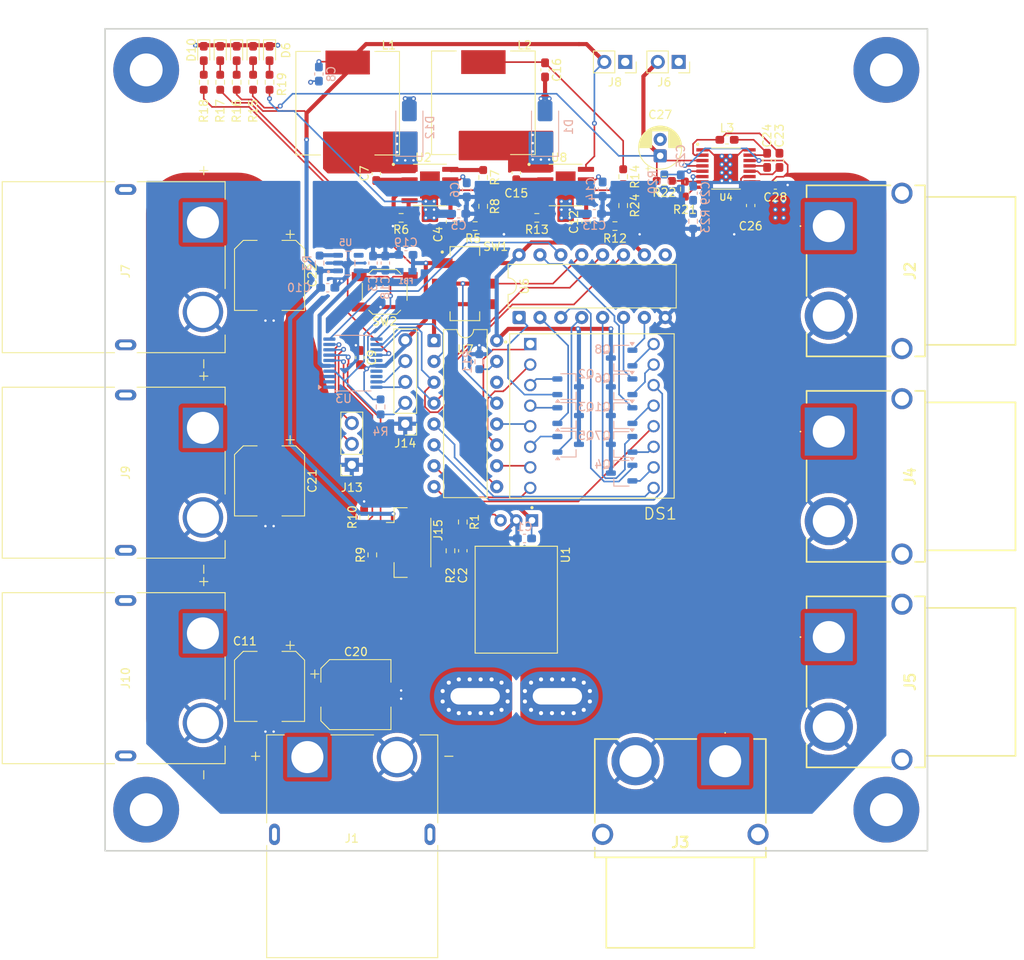
<source format=kicad_pcb>
(kicad_pcb (version 20241229) (generator "pcbnew") (generator_version "9.0")
  (layers (0 "F.Cu" signal) (4 "In1.Cu" signal) (6 "In2.Cu" signal) (2 "B.Cu" signal) (13 "F.Paste" user) (15 "B.Paste" user) (5 "F.SilkS" user "F.Silkscreen") (7 "B.SilkS" user "B.Silkscreen") (1 "F.Mask" user) (3 "B.Mask" user) (25 "Edge.Cuts" user))
  (net 0 "")
  (net 1 "+5V")
  (net 2 "GND")
  (net 3 "A_MEAS")
  (net 4 "VDDA")
  (net 5 "Net-(U2-COMP)")
  (net 6 "Net-(C4-Pad1)")
  (net 7 "V+_SENSED")
  (net 8 "Net-(U2-SS)")
  (net 9 "Net-(U2-BST)")
  (net 10 "Net-(D12-K)")
  (net 11 "3.3V")
  (net 12 "+BATT")
  (net 13 "Net-(U4-SW2)")
  (net 14 "Net-(U4-BST2)")
  (net 15 "Net-(U4-SW1)")
  (net 16 "Net-(U4-BST1)")
  (net 17 "Net-(U4-PROG)")
  (net 18 "Net-(U4-LDO)")
  (net 19 "+24V")
  (net 20 "Net-(C29-Pad2)")
  (net 21 "Net-(U4-VC)")
  (net 22 "Net-(D6-A)")
  (net 23 "Net-(D7-A)")
  (net 24 "Net-(D8-A)")
  (net 25 "Net-(D9-A)")
  (net 26 "Net-(D11-A)")
  (net 27 "/led_matrix/MATRIX_F")
  (net 28 "/led_matrix/MATRIX_J")
  (net 29 "/led_matrix/MATRIX_B")
  (net 30 "/led_matrix/MATRIX_C")
  (net 31 "/led_matrix/MATRIX_H")
  (net 32 "/led_matrix/MATRIX_M")
  (net 33 "/led_matrix/MATRIX_P")
  (net 34 "/led_matrix/MATRIX_N")
  (net 35 "/led_matrix/MATRIX_I")
  (net 36 "/led_matrix/MATRIX_L")
  (net 37 "/led_matrix/MATRIX_E")
  (net 38 "/led_matrix/MATRIX_A")
  (net 39 "/led_matrix/MATRIX_K")
  (net 40 "/led_matrix/MATRIX_O")
  (net 41 "/led_matrix/MATRIX_D")
  (net 42 "/led_matrix/MATRIX_G")
  (net 51 "/UART_RX")
  (net 52 "/UART_TX")
  (net 53 "/NRST")
  (net 54 "/SWDIO")
  (net 55 "/SWCLK")
  (net 56 "/led_matrix/MATRIX_CONTROL_A")
  (net 57 "/led_matrix/MATRIX_CONTROL_B")
  (net 58 "/led_matrix/MATRIX_CONTROL_C")
  (net 59 "/led_matrix/MATRIX_CONTROL_D")
  (net 60 "/led_matrix/MATRIX_CONTROL_E")
  (net 61 "/led_matrix/MATRIX_CONTROL_G")
  (net 62 "/led_matrix/MATRIX_CONTROL_F")
  (net 63 "/led_matrix/MATRIX_CONTROL_H")
  (net 64 "Net-(U1-VIOUT)")
  (net 65 "Net-(U5-EN)")
  (net 66 "Net-(U2-FSW)")
  (net 67 "Net-(U2-FB)")
  (net 68 "V_MEAS")
  (net 69 "Net-(U7-R-EXT)")
  (net 70 "/LED_STATUS")
  (net 71 "Net-(U4-FB)")
  (net 72 "/led_matrix/LED_MATRIX_NEN")
  (net 73 "SHIFT_CLOCK")
  (net 75 "OUTPUT_CLOCK")
  (net 78 "SDI_DATA")
  (net 80 "SER_DATA")
  (net 85 "Net-(C12-Pad1)")
  (net 86 "Net-(U8-COMP)")
  (net 87 "Net-(U8-SS)")
  (net 88 "Net-(U8-BST)")
  (net 89 "Net-(D1-K)")
  (net 90 "+12V")
  (net 91 "Net-(U8-FSW)")
  (net 92 "Net-(U8-FB)")
  (footprint "All:XT90PWF" (layer "F.Cu") (at 163 124 90)
    (property "Reference" "J5")
    (property "Value" "XT90PW-F" (hide yes))
  )
  (footprint "Resistor_SMD:R_0603_1608Metric_Pad0.98x0.95mm_HandSolder" (layer "F.Cu") (at 143 68.5 180)
    (property "Reference" "R22")
    (property "Value" "2.8M")
  )
  (footprint "Package_DIP:DIP-16_W7.62mm" (layer "F.Cu") (at 115 87.92)
    (property "Reference" "U7")
    (property "Value" "TLC5916")
  )
  (footprint "Resistor_SMD:R_0603_1608Metric_Pad0.98x0.95mm_HandSolder" (layer "F.Cu") (at 95 56.5 90)
    (property "Reference" "R19")
    (property "Value" "4.7k")
  )
  (footprint "external_symbols:AMASS_XT90PW-M" (layer "F.Cu") (at 77.5 79 -90)
    (property "Reference" "J7")
    (property "Value" "XT90PW-M")
  )
  (footprint "Capacitor_SMD:CP_Elec_8x10" (layer "F.Cu") (at 95 130 -90)
    (property "Reference" "C11")
    (property "Value" "220u")
  )
  (footprint "Connector_PinSocket_2.54mm:PinSocket_1x03_P2.54mm_Vertical" (layer "F.Cu") (at 105 103.04 180)
    (property "Reference" "J13")
    (property "Value" "Conn_01x03_Socket")
  )
  (footprint "Resistor_SMD:R_0603_1608Metric_Pad0.98x0.95mm_HandSolder" (layer "F.Cu") (at 93 56.5 90)
    (property "Reference" "R15")
    (property "Value" "4.7k")
  )
  (footprint "Resistor_SMD:R_0603_1608Metric_Pad0.98x0.95mm_HandSolder" (layer "F.Cu") (at 107.5 114 90)
    (property "Reference" "R9")
    (property "Value" "18k")
  )
  (footprint "Capacitor_SMD:C_0603_1608Metric_Pad1.08x0.95mm_HandSolder" (layer "F.Cu") (at 106 90 -90)
    (property "Reference" "C9")
    (property "Value" "100nF")
  )
  (footprint "Inductor_SMD:L_12x12mm_H8mm" (layer "F.Cu") (at 121 59 90)
    (property "Reference" "L2")
    (property "Value" "22u")
  )
  (footprint "Resistor_SMD:R_0603_1608Metric_Pad0.98x0.95mm_HandSolder" (layer "F.Cu") (at 137 74)
    (property "Reference" "R12")
    (property "Value" "105k")
  )
  (footprint "Resistor_SMD:R_0603_1608Metric_Pad0.98x0.95mm_HandSolder" (layer "F.Cu") (at 138 71.5 -90)
    (property "Reference" "R24")
    (property "Value" "7.5k")
  )
  (footprint "Capacitor_SMD:C_0603_1608Metric_Pad1.08x0.95mm_HandSolder" (layer "F.Cu") (at 133.5 73.5 90)
    (property "Reference" "C12")
    (property "Value" "0.3n")
  )
  (footprint "Capacitor_SMD:C_0603_1608Metric_Pad1.08x0.95mm_HandSolder" (layer "F.Cu") (at 153.5 71.5 -90)
    (property "Reference" "C26")
    (property "Value" "4.7u")
  )
  (footprint "Resistor_SMD:R_0603_1608Metric_Pad0.98x0.95mm_HandSolder" (layer "F.Cu") (at 145.5 69.5 90)
    (property "Reference" "R21")
    (property "Value" "120k")
  )
  (footprint "Package_DIP:DIP-16_W7.62mm" (layer "F.Cu") (at 125.34 85.12 90)
    (property "Reference" "U6")
    (property "Value" "74AHC595")
  )
  (footprint "external_symbols:SOP127P600X170-9N" (layer "F.Cu") (at 131 69)
    (property "Reference" "U8")
    (property "Value" "AOZ1284PI")
  )
  (footprint "All:XT90PWF" (layer "F.Cu") (at 163 74 90)
    (property "Reference" "J2")
    (property "Value" "XT90PW-F" (hide yes))
  )
  (footprint "Resistor_SMD:R_0603_1608Metric_Pad0.98x0.95mm_HandSolder" (layer "F.Cu") (at 91 56.5 90)
    (property "Reference" "R16")
    (property "Value" "620")
  )
  (footprint "Capacitor_SMD:CP_Elec_8x10" (layer "F.Cu") (at 105.5 131)
    (property "Reference" "C20")
    (property "Value" "220u")
  )
  (footprint "external_symbols:SOP127P600X170-9N" (layer "F.Cu") (at 114.5 69)
    (property "Reference" "U2")
    (property "Value" "AOZ1284PI")
  )
  (footprint "external_symbols:AMASS_XT90PW-M" (layer "F.Cu") (at 77.5 129 -90)
    (property "Reference" "J10")
    (property "Value" "XT90PW-M")
  )
  (footprint "Inductor_SMD:L_0603_1608Metric_Pad1.05x0.95mm_HandSolder" (layer "F.Cu") (at 150.625 63.5)
    (property "Reference" "L3")
    (property "Value" "6.8u")
  )
  (footprint "Capacitor_THT:CP_Radial_D5.0mm_P2.00mm" (layer "F.Cu") (at 142.5 65.455113 90)
    (property "Reference" "C27")
    (property "Value" "30u")
  )
  (footprint "external_symbols:AMASS_XT90PW-M" (layer "F.Cu") (at 77.5 104 -90)
    (property "Reference" "J9")
    (property "Value" "XT90PW-M" (hide yes))
  )
  (footprint "Resistor_SMD:R_0603_1608Metric_Pad0.98x0.95mm_HandSolder" (layer "F.Cu") (at 120.975 68.095 -90)
    (property "Reference" "R7")
    (property "Value" "52.3k")
  )
  (footprint "Resistor_SMD:R_0603_1608Metric_Pad0.98x0.95mm_HandSolder" (layer "F.Cu") (at 106.5 109.4125 90)
    (property "Reference" "R10")
    (property "Value" "2k")
  )
  (footprint "All:SOP65P640X110-17N" (layer "F.Cu") (at 150.5 67)
    (property "Reference" "U4")
    (property "Value" "LTC3114EFE-1_PBF")
  )
  (footprint "Capacitor_SMD:CP_Elec_8x10" (layer "F.Cu") (at 95 80 -90)
    (property "Reference" "C22")
    (property "Value" "220u")
  )
  (footprint "Capacitor_SMD:C_0603_1608Metric_Pad1.08x0.95mm_HandSolder" (layer "F.Cu") (at 117 73.5 90)
    (property "Reference" "C4")
    (property "Value" "0.3n")
  )
  (footprint "Capacitor_SMD:C_0603_1608Metric_Pad1.08x0.95mm_HandSolder" (layer "F.Cu") (at 125 67.5 90)
    (property "Reference" "C15")
    (property "Value" "100n")
  )
  (footprint "LED_SMD:LED_0603_1608Metric_Pad1.05x0.95mm_HandSolder" (layer "F.Cu") (at 95 53 -90)
    (property "Reference" "D6")
    (property "Value" "LED")
  )
  (footprint "Capacitor_SMD:C_0603_1608Metric_Pad1.08x0.95mm_HandSolder" (layer "F.Cu") (at 156.5 69)
    (property "Reference" "C28")
    (property "Value" "10u")
  )
  (footprint "Resistor_SMD:R_0603_1608Metric_Pad0.98x0.95mm_HandSolder" (layer "F.Cu") (at 118.5 110 -90)
    (property "Reference" "R1")
    (property "Value" "22k")
  )
  (footprint "All:JS202011SCQN" (layer "F.Cu") (at 118.75 81 -90)
    (property "Reference" "SW1")
    (property "Value" "SW_SPDT")
  )
  (footprint "Resistor_SMD:R_0603_1608Metric_Pad0.98x0.95mm_HandSolder" (layer "F.Cu") (at 120 74)
    (property "Reference" "R5")
    (property "Value" "43.2k")
  )
  (footprint "Capacitor_SMD:C_0603_1608Metric_Pad1.08x0.95mm_HandSolder" (layer "F.Cu") (at 155.5 66 -90)
    (property "Reference" "C24")
    (property "Value" "68n")
  )
  (footprint "Capacitor_SMD:CP_Elec_8x10" (layer "F.Cu") (at 95 105 -90)
    (property "Reference" "C21")
    (property "Value" "220u")
  )
  (footprint "Inductor_SMD:L_12x12mm_H8mm" (layer "F.Cu") (at 104.5 59.05 90)
    (property "Reference" "L1")
    (property "Value" "22u")
  )
  (footprint "Resistor_SMD:R_0603_1608Metric_Pad0.98x0.95mm_HandSolder" (layer "F.Cu") (at 87 56.5 90)
    (property "Reference" "R18")
    (property "Value" "470")
  )
  (footprint "MountingHole:MountingHole_4mm_Pad" (layer "F.Cu") (at 170 55)
    (property "Reference" "H2" (hide yes))
    (property "Value" "MountingHole")
  )
  (footprint "Connector_PinSocket_2.54mm:PinSocket_1x02_P2.54mm_Vertical" (layer "F.Cu") (at 144.75 54.025 -90)
    (property "Reference" "J6")
    (property "Value" "Conn_01x02_Socket")
  )
  (footprint "LED_SMD:LED_0603_1608Metric_Pad1.05x0.95mm_HandSolder" (layer "F.Cu") (at 89 53 -90)
    (property "Reference" "D9" (hide yes))
    (property "Value" "LED")
  )
  (footprint "All:XT90PWF" (layer "F.Cu") (at 150.4 139.1)
    (property "Reference" "J3")
    (property "Value" "XT90PW-F" (hide yes))
  )
  (footprint "Capacitor_SMD:C_0603_1608Metric_Pad1.08x0.95mm_HandSolder" (layer "F.Cu") (at 128.5 55 -90)
    (property "Reference" "C16")
    (property "Value" "10u")
  )
  (footprint "Resistor_SMD:R_0603_1608Metric_Pad0.98x0.95mm_HandSolder" (layer "F.Cu") (at 89 56.5 90)
    (property "Reference" "R17")
    (property "Value" "270")
  )
  (footprint "MountingHole:MountingHole_4mm_Pad" (layer "F.Cu") (at 170 145)
    (property "Reference" "H4" (hide yes))
    (property "Value" "MountingHole")
  )
  (footprint "Connector_PinHeader_2.54mm:PinHeader_1x05_P2.54mm_Vertical" (layer "F.Cu") (at 111.5 98.04 180)
    (property "Reference" "J14")
    (property "Value" "Conn_01x05_Pin")
  )
  (footprint "external_symbols:AMASS_XT90PW-M" (layer "F.Cu") (at 105.05 148)
    (property "Reference" "J1")
    (property "Value" "XT90PW-M")
  )
  (footprint "Resistor_SMD:R_0603_1608Metric_Pad0.98x0.95mm_HandSolder" (layer "F.Cu") (at 127.5 73 180)
    (property "Reference" "R13")
    (property "Value" "47k")
  )
  (footprint "Resistor_SMD:R_0603_1608Metric_Pad0.98x0.95mm_HandSolder" (layer "F.Cu") (at 138 68 -90)
    (property "Reference" "R14")
    (property "Value" "105k")
  )
  (footprint "All:XDCR_ACS772ECB-400B-PFF-T" (layer "F.Cu") (at 125 120.5 180)
    (property "Reference" "U1")
    (property "Value" "ACS772ECB-400B-PFF-T")
    (fp_line (start 5 -11.7) (end 5.05 -11.7) (stroke (width 0.01)) (layer "Edge.Cuts"))
    (fp_line (start -5 -11.7) (end -4.95 -11.7) (stroke (width 0.01)) (layer "Edge.Cuts"))
  )
  (footprint "Resistor_SMD:R_0603_1608Metric_Pad0.98x0.95mm_HandSolder" (layer "F.Cu") (at 111 73 180)
    (property "Reference" "R6")
    (property "Value" "47k")
  )
  (footprint "MountingHole:MountingHole_4mm_Pad" (layer "F.Cu") (at 80 55)
    (property "Reference" "H1" (hide yes))
    (property "Value" "MountingHole")
  )
  (footprint "MountingHole:MountingHole_4mm_Pad" (layer "F.Cu") (at 80 145)
    (property "Reference" "H3" (hide yes))
    (property "Value" "MountingHole")
  )
  (footprint "Capacitor_SMD:C_0603_1608Metric_Pad1.08x0.95mm_HandSolder" (layer "F.Cu") (at 107.975 67.595 90)
    (property "Reference" "C7")
    (property "Value" "100n")
  )
  (footprint "LED_SMD:LED_0603_1608Metric_Pad1.05x0.95mm_HandSolder" (layer "F.Cu") (at 91 53 -90)
    (property "Reference" "D8" (hide yes))
    (property "Value" "LED")
  )
  (footprint "Connector_JST:JST_GH_BM04B-GHS-TBT_1x04-1MP_P1.25mm_Vertical" (layer "F.Cu") (at 112 112.5 -90)
    (property "Reference" "J15")
    (property "Value" "Conn_01x04_MountingPin")
  )
  (footprint "Button_Switch_SMD:SW_SPST_SKQG_WithStem" (layer "F.Cu") (at 109 82 180)
    (property "Reference" "SW2")
    (property "Value" "SW_Push")
  )
  (footprint "LED_SMD:LED_0603_1608Metric_Pad1.05x0.95mm_HandSolder" (layer "F.Cu") (at 93 53 -90)
    (property "Reference" "D7" (hide yes))
    (property "Value" "LED")
  )
  (footprint "Capacitor_SMD:C_0603_1608Metric_Pad1.08x0.95mm_HandSolder" (layer "F.Cu") (at 118.5 113.5 -90)
    (property "Reference" "C2")
    (property "Value" "100n")
  )
  (footprint "Capacitor_SMD:C_0603_1608Metric_Pad1.08x0.95mm_HandSolder" (layer "F.Cu") (at 157 66 -90)
    (property "Reference" "C23")
    (property "Value" "68n")
  )
  (footprint "Connector_PinSocket_2.54mm:PinSocket_1x02_P2.54mm_Vertical" (layer "F.Cu") (at 138.25 54.025 -90)
    (property "Reference" "J8")
    (property "Value" "Conn_01x02_Socket")
  )
  (footprint "LED_SMD:LED_0603_1608Metric_Pad1.05x0.95mm_HandSolder" (layer "F.Cu") (at 87 53 -90)
    (property "Reference" "D10")
    (property "Value" "LED")
  )
  (footprint "Resistor_SMD:R_0603_1608Metric_Pad0.98x0.95mm_HandSolder" (layer "F.Cu") (at 120.975 71.595 -90)
    (property "Reference" "R8")
    (property "Value" "10k")
  )
  (footprint "external_symbols:DISPLAY_TA08-81GWA" (layer "F.Cu") (at 134.2 97.1)
    (property "Reference" "DS1")
    (property "Value" "TA08-81GWA")
  )
  (footprint "Resistor_SMD:R_0603_1608Metric_Pad0.98x0.95mm_HandSolder" (layer "F.Cu") (at 117 113.5 -90)
    (property "Reference" "R2")
    (property "Value" "33k")
  )
  (footprint "All:XT90PWF" (layer "F.Cu") (at 163 99 90)
    (property "Reference" "J4")
    (property "Value" "XT90PW-F" (hide yes))
  )
  (footprint "Capacitor_SMD:C_0603_1608Metric_Pad1.08x0.95mm_HandSolder" (layer "B.Cu") (at 118.975 69.595 -90)
    (property "Reference" "C6")
    (property "Value" "1n")
  )
  (footprint "Capacitor_SMD:C_0603_1608Metric_Pad1.08x0.95mm_HandSolder" (layer "B.Cu") (at 134.5 72.5)
    (property "Reference" "C13")
    (property "Value" "10u")
  )
  (footprint "external_symbols:FB_LI0603G121R-10" (layer "B.Cu") (at 111.58125 79.5)
    (property "Reference" "FB1")
    (property "Value" "FerriteBead")
  )
  (footprint "Capacitor_SMD:C_0603_1608Metric_Pad1.08x0.95mm_HandSolder" (layer "B.Cu") (at 102.08125 81.5)
    (property "Reference" "C10")
    (property "Value" "1uF")
  )
  (footprint "Capacitor_SMD:C_0603_1608Metric_Pad1.08x0.95mm_HandSolder" (layer "B.Cu") (at 146.5 70 -90)
    (property "Reference" "C29")
    (property "Value" "4.7n")
  )
  (footprint "Diode_SMD:D_SMA" (layer "B.Cu") (at 128.5 62 90)
    (property "Reference" "D1")
    (property "Value" "SS54")
  )
  (footprint "Capacitor_SMD:C_0603_1608Metric_Pad1.08x0.95mm_HandSolder" (layer "B.Cu") (at 107.58125 78.5 90)
    (property "Reference" "C3")
    (property "Value" "100nF")
  )
  (footprint "All:TSOT-23-Fixed" (layer "B.Cu") (at 137.81 100.55 180)
    (property "Reference" "Q7")
    (property "Value" "Q_NPN")
  )
  (footprint "All:TSOT-23-Fixed" (layer "B.Cu") (at 131.31 97.05)
    (property "Reference" "Q3")
    (property "Value" "Q_NPN")
  )
  (footprint "Diode_SMD:D_SMA" (layer "B.Cu") (at 112 62 90)
    (property "Reference" "D12")
    (property "Value" "SS54")
  )
  (footprint "All:TSOT-23-Fixed" (layer "B.Cu") (at 137.81 90.05 180)
    (property "Reference" "Q8")
    (property "Value" "Q_NPN")
  )
  (footprint "Resistor_SMD:R_0603_1608Metric_Pad0.98x0.95mm_HandSolder" (layer "B.Cu") (at 108.5 96 -90)
    (property "Reference" "R4")
    (property "Value" "10k")
  )
  (footprint "All:TSOT-23-Fixed" (layer "B.Cu") (at 137.81 97.05 180)
    (property "Reference" "Q1")
    (property "Value" "Q_NPN")
  )
  (footprint "Resistor_SMD:R_0603_1608Metric_Pad0.98x0.95mm_HandSolder" (layer "B.Cu") (at 143 68.6375 -90)
    (property "Reference" "R20")
    (property "Value" "20k")
  )
  (footprint "All:TSOT-23-Fixed" (layer "B.Cu") (at 137.81 104.05 180)
    (property "Reference" "Q4")
    (property "Value" "Q_NPN")
  )
  (footprint "Package_SO:TSSOP-20_4.4x6.5mm_P0.65mm" (layer "B.Cu") (at 105.1375 90.675)
    (property "Reference" "U3")
    (property "Value" "STM32F030F4P6")
  )
  (footprint "Capacitor_SMD:C_0603_1608Metric_Pad1.08x0.95mm_HandSolder" (layer "B.Cu") (at 135.5 69.5 -90)
    (property "Reference" "C14")
    (property "Value" "1n")
  )
  (footprint "Capacitor_SMD:C_0603_1608Metric_Pad1.08x0.95mm_HandSolder" (layer "B.Cu") (at 101 55.5 -90)
    (property "Reference" "C8")
    (property "Value" "10u")
  )
  (footprint "All:TSOT-23-Fixed" (layer "B.Cu") (at 131.31 93.55)
    (property "Reference" "Q2")
    (property "Value" "Q_NPN")
  )
  (footprint "Capacitor_SMD:C_0603_1608Metric_Pad1.08x0.95mm_HandSolder" (layer "B.Cu") (at 118 72.5)
    (property "Reference" "C5")
    (property "Value" "10u")
  )
  (footprint "Resistor_SMD:R_0603_1608Metric_Pad0.98x0.95mm_HandSolder" (layer "B.Cu") (at 146.5 73.4125 -90)
    (property "Reference" "R23")
    (property "Value" "27.4k")
  )
  (footprint "Capacitor_SMD:C_0603_1608Metric_Pad1.08x0.95mm_HandSolder" (layer "B.Cu") (at 109.08125 78.5 90)
    (property "Reference" "C18")
    (property "Value" "1uF")
  )
  (footprint "Capacitor_SMD:C_0603_1608Metric_Pad1.08x0.95mm_HandSolder" (layer "B.Cu") (at 126 112 180)
    (property "Reference" "C1")
    (property "Value" "0.1u")
  )
  (footprint "TLV75533PDBVR:SOT95P280X145-5N" (layer "B.Cu") (at 104.58125 78.5)
    (property "Reference" "U5")
    (property "Value" "TLV75533PDBVR")
  )
  (footprint "Resistor_SMD:R_0603_1608Metric_Pad0.98x0.95mm_HandSolder" (layer "B.Cu") (at 120.5 90.5 -90)
    (property "Reference" "R11")
    (property "Value" "470")
  )
  (footprint "Capacitor_SMD:C_0603_1608Metric_Pad1.08x0.95mm_HandSolder" (layer "B.Cu") (at 145 68.6375 -90)
    (property "Reference" "C25")
    (property "Value" "33n")
  )
  (footprint "All:TSOT-23-Fixed" (layer "B.Cu") (at 131.31 100.55)
    (property "Reference" "Q5")
    (property "Value" "Q_NPN")
  )
  (footprint "Resistor_SMD:R_0603_1608Metric_Pad0.98x0.95mm_HandSolder" (layer "B.Cu") (at 101.08125 78.5 90)
    (property "Reference" "R3")
    (property "Value" "10k")
  )
  (footprint "All:TSOT-23-Fixed" (layer "B.Cu") (at 137.81 93.55 180)
    (property "Reference" "Q6")
    (property "Value" "Q_NPN")
  )
  (footprint "Capacitor_SMD:C_0603_1608Metric_Pad1.08x0.95mm_HandSolder" (layer "B.Cu") (at 111.58125 77.5 180)
    (property "Reference" "C19")
    (property "Value" "1uF")
  )
  (gr_rect (start 75 50) (end 175 150) (stroke (width 0.2)) (fill no) (layer "Edge.Cuts"))
  (segment (start 110 110.575) (end 110.05 110.625) (width 0.5) (layer "F.Cu") (net 1))
  (segment (start 134.5 65.5) (end 133.475 66.525) (width 0.2) (layer "F.Cu") (net 1))
  (segment (start 101 54) (end 104.4 54) (width 0.2) (layer "F.Cu") (net 1))
  (segment (start 91.599 58.599) (end 92.7911 58.599) (width 0.2) (layer "F.Cu") (net 1))
  (segment (start 110 109) (end 110 110.575) (width 0.5) (layer "F.Cu") (net 1))
  (segment (start 134.5 61.5) (end 134.5 65.5) (width 0.2) (layer "F.Cu") (net 1))
  (segment (start 133.545 51.86) (end 132.625 51.86) (width 0.5) (layer "F.Cu") (net 1))
  (segment (start 99.5 63.5) (end 99.5 60.25) (width 0.5) (layer "F.Cu") (net 1))
  (segment (start 115.494734 110.625) (end 117.970734 108.149) (width 0.5) (layer "F.Cu") (net 1))
  (segment (start 91 57.4125) (end 91 58) (width 0.2) (layer "F.Cu") (net 1))
  (segment (start 117.0625 67.1825) (end 116.975 67.095) (width 0.5) (layer "F.Cu") (net 1))
  (segment (start 125.259 108.149) (end 126.91 109.8) (width 0.5) (layer "F.Cu") (net 1))
  (segment (start 133.475 66.525) (end 133.475 67.095) (width 0.2) (layer "F.Cu") (net 1))
  (segment (start 92.7911 58.599) (end 94.1921 60) (width 0.2) (layer "F.Cu") (net 1))
  (segment (start 104.5 55.25) (end 104.5 54.1) (width 0.5) (layer "F.Cu") (net 1))
  (segment (start 117.970734 108.149) (end 125.259 108.149) (width 0.5) (layer "F.Cu") (net 1))
  (segment (start 135.71 54.025) (end 133.545 51.86) (width 0.5) (layer "F.Cu") (net 1))
  (segment (start 110.05 110.625) (end 115.494734 110.625) (width 0.5) (layer "F.Cu") (net 1))
  (segment (start 99.5 60.25) (end 104.5 55.25) (width 0.5) (layer "F.Cu") (net 1))
  (segment (start 91 58) (end 91.599 58.599) (width 0.2) (layer "F.Cu") (net 1))
  (segment (start 132.625 51.86) (end 106.74 51.86) (width 0.5) (layer "F.Cu") (net 1))
  (segment (start 106.74 51.86) (end 104.5 54.1) (width 0.5) (layer "F.Cu") (net 1))
  (segment (start 120.975 67.1825) (end 117.0625 67.1825) (width 0.5) (layer "F.Cu") (net 1))
  (segment (start 94.1921 60) (end 99.25 60) (width 0.2) (layer "F.Cu") (net 1))
  (segment (start 99.25 60) (end 99.5 60.25) (width 0.2) (layer "F.Cu") (net 1))
  (segment (start 104.4 54) (end 104.5 54.1) (width 0.2) (layer "F.Cu") (net 1))
  (via (at 110 109) (size 0.6) (drill 0.3) (layers "F.Cu" "B.Cu") (net 1))
  (via (at 101 54) (size 0.6) (drill 0.3) (layers "F.Cu" "B.Cu") (net 1))
  (via (at 134.5 61.5) (size 0.6) (drill 0.3) (layers "F.Cu" "B.Cu") (net 1))
  (via (at 99.5 63.5) (size 0.6) (drill 0.3) (layers "F.Cu" "B.Cu") (net 1))
  (segment (start 97.5 100.5) (end 106 109) (width 0.5) (layer "B.Cu") (net 1))
  (segment (start 134.5 55.235) (end 135.71 54.025) (width 0.2) (layer "B.Cu") (net 1))
  (segment (start 126.8625 109.8475) (end 126.91 109.8) (width 0.2) (layer "B.Cu") (net 1))
  (segment (start 97.5 85.21875) (end 97.5 100.5) (width 0.5) (layer "B.Cu") (net 1))
  (segment (start 101 54.6375) (end 101 54) (width 0.2) (layer "B.Cu") (net 1))
  (segment (start 134.5 61.5) (end 134.5 55.235) (width 0.2) (layer "B.Cu") (net 1))
  (segment (start 99.5 77.83125) (end 99.5 63.5) (width 0.5) (layer "B.Cu") (net 1))
  (segment (start 101.11875 79.45) (end 101.08125 79.4125) (width 0.5) (layer "B.Cu") (net 1))
  (segment (start 103.32625 79.45) (end 101.11875 79.45) (width 0.5) (layer "B.Cu") (net 1))
  (segment (start 101.21875 81.5) (end 97.5 85.21875) (width 0.5) (layer "B.Cu") (net 1))
  (segment (start 126.8625 112) (end 126.8625 109.8475) (width 0.2) (layer "B.Cu") (net 1))
  (segment (start 101.21875 79.55) (end 101.08125 79.4125) (width 0.5) (layer "B.Cu") (net 1))
  (segment (start 101.21875 81.5) (end 101.21875 79.55) (width 0.5) (layer "B.Cu") (net 1))
  (segment (start 101.08125 79.4125) (end 99.5 77.83125) (width 0.5) (layer "B.Cu") (net 1))
  (segment (start 106 109) (end 110 109) (width 0.5) (layer "B.Cu") (net 1))
  (segment (start 120.975 73.9375) (end 120.9125 74) (width 0.5) (layer "F.Cu") (net 2))
  (segment (start 110.0875 73.9125) (end 110 74) (width 0.5) (layer "F.Cu") (net 2))
  (segment (start 126.5875 73) (end 125.5 73) (width 0.5) (layer "F.Cu") (net 2))
  (segment (start 148.676 68.824) (end 149 68.5) (width 0.2) (layer "F.Cu") (net 2))
  (segment (start 94 85) (end 94.5 85.5) (width 1) (layer "F.Cu") (net 2))
  (segment (start 95 109) (end 96 110) (width 1) (layer "F.Cu") (net 2))
  (segment (start 95 51.975) (end 95.975 51.975) (width 0.5) (layer "F.Cu") (net 2))
  (segment (start 110.5 132) (end 111 131.5) (width 1) (layer "F.Cu") (net 2))
  (segment (start 109.5 131) (end 110.5 132) (width 1) (layer "F.Cu") (net 2))
  (segment (start 148.532 69.275) (end 148.676 69.131) (width 0.2) (layer "F.Cu") (net 2))
  (segment (start 115 87.92) (end 115 84.5) (width 0.5) (layer "F.Cu") (net 2))
  (segment (start 95 134) (end 94 135) (width 1) (layer "F.Cu") (net 2))
  (segment (start 95 134) (end 96 135) (width 1) (layer "F.Cu") (net 2))
  (segment (start 111.040001 69.635) (end 112.025 69.635) (width 0.5) (layer "F.Cu") (net 2))
  (segment (start 94.975 52) (end 95 51.975) (width 0.5) (layer "F.Cu") (net 2))
  (segment (start 153.5 72.3625) (end 152.6375 72.3625) (width 0.2) (layer "F.Cu") (net 2))
  (segment (start 138 73.9125) (end 137.9125 74) (width 0.5) (layer "F.Cu") (net 2))
  (segment (start 96 135) (end 95.5 135.5) (width 1) (layer "F.Cu") (net 2))
  (segment (start 108 83.85) (end 108.5 83.85) (width 0.5) (layer "F.Cu") (net 2))
  (segment (start 152.6375 72.3625) (end 152.5 72.5) (width 0.2) (layer "F.Cu") (net 2))
  (segment (start 151.5 73.5) (end 151.5 75) (width 0.2) (layer "F.Cu") (net 2))
  (segment (start 152.591496 64.725) (end 151.816496 65.5) (width 0.2) (layer "F.Cu") (net 2))
  (segment (start 151.816496 65.5) (end 151 65.5) (width 0.2) (layer "F.Cu") (net 2))
  (segment (start 87 52) (end 94.975 52) (width 0.5) (layer "F.Cu") (net 2))
  (segment (start 112.1 83.85) (end 108 83.85) (width 0.5) (layer "F.Cu") (net 2))
  (segment (start 115 84.5) (end 116 83.5) (width 0.5) (layer "F.Cu") (net 2))
  (segment (start 125.5 73) (end 123.5 75) (width 0.5) (layer "F.Cu") (net 2))
  (segment (start 146.725 69.275) (end 147.635 69.275) (width 0.2) (layer "F.Cu") (net 2))
  (segment (start 127.540001 69.635) (end 126.5875 70.587501) (width 0.5) (layer "F.Cu") (net 2))
  (segment (start 145.5 70.4125) (end 145.5875 70.4125) (width 0.2) (layer "F.Cu") (net 2))
  (segment (start 111 130.5) (end 111 131.5) (width 1) (layer "F.Cu") (net 2))
  (segment (start 139 74) (end 137.9125 74) (width 0.5) (layer "F.Cu") (net 2))
  (segment (start 121.5075 72.5075) (end 120.975 72.5075) (width 0.5) (layer "F.Cu") (net 2))
  (segment (start 120.3875 114.4125) (end 125 109.8) (width 0.5) (layer "F.Cu") (net 2))
  (segment (start 110.0875 70.587501) (end 111.040001 69.635) (width 0.5) (layer "F.Cu") (net 2))
  (segment (start 109.5 131) (end 110.5 130) (width 1) (layer "F.Cu") (net 2))
  (segment (start 110.0875 73) (end 110.0875 73.9125) (width 0.5) (layer "F.Cu") (net 2))
  (segment (start 116 83.5) (end 121.5 83.5) (width 0.5) (layer "F.Cu") (net 2))
  (segment (start 120.975 72.5075) (end 120.975 73.9375) (width 0.5) (layer "F.Cu") (net 2))
  (segment (start 152.5 72.5) (end 151.5 73.5) (width 0.2) (layer "F.Cu") (net 2))
  (segment (start 149 68.5) (end 150 68.5) (width 0.2) (layer "F.Cu") (net 2))
  (segment (start 110.0875 114.4125) (end 110.05 114.375) (width 0.5) (layer "F.Cu") (net 2))
  (segment (start 108 83.85) (end 105.9 83.85) (width 0.5) (layer "F.Cu") (net 2))
  (segment (start 96 110) (end 95.5 110.5) (width 1) (layer "F.Cu") (net 2))
  (segment (start 95.5 135.5) (end 94.5 135.5) (width 1) (layer "F.Cu") (net 2))
  (segment (start 96 85) (end 95.5 85.5) (width 1) (layer "F.Cu") (net 2))
  (segment (start 149.178244 65.5) (end 150 65.5) (width 0.2) (layer "F.Cu") (net 2))
  (segment (start 118.5 114.4125) (end 120.3875 114.4125) (width 0.5) (layer "F.Cu") (net 2))
  (segment (start 153.365 64.725) (end 152.591496 64.725) (width 0.2) (layer "F.Cu") (net 2))
  (segment (start 110.5 130) (end 111 130.5) (width 1) (layer "F.Cu") (net 2))
  (segment (start 145.5875 70.4125) (end 146.725 69.275) (width 0.2) (layer "F.Cu") (net 2))
  (segment (start 147.635 69.275) (end 148.532 69.275) (width 0.2) (layer "F.Cu") (net 2))
  (segment (start 94 135) (end 94.5 135.5) (width 1) (layer "F.Cu") (net 2))
  (segment (start 147.635 64.725) (end 148.403244 64.725) (width 0.2) (layer "F.Cu") (net 2))
  (segment (start 118.5 114.4125) (end 110.0875 114.4125) (width 0.5) (layer "F.Cu") (net 2))
  (segment (start 138 72.4125) (end 138 73.9125) (width 0.5) (layer "F.Cu") (net 2))
  (segment (start 95.975 51.975) (end 96 52) (width 0.5) (layer "F.Cu") (net 2))
  (segment (start 126.5875 70.587501) (end 126.5875 73) (width 0.5) (layer "F.Cu") (net 2))
  (segment (start 95 84) (end 94 85) (width 1) (layer "F.Cu") (net 2))
  (segment (start 106 89.1375) (end 106 89) (width 0.5) (layer "F.Cu") (net 2))
  (segment (start 128.5 58) (end 129 58.5) (width 0.5) (layer "F.Cu") (net 2))
  (segment (start 95.5 85.5) (end 94.5 85.5) (width 1) (layer "F.Cu") (net 2))
  (segment (start 123.5 75) (end 123.5 74.5) (width 0.5) (layer "F.Cu") (net 2))
  (segment (start 128.5 55.8625) (end 128.5 58) (width 0.5) (layer "F.Cu") (net 2))
  (segment (start 106.5 108.5) (end 106.5 107.5) (width 0.5) (layer "F.Cu") (net 2))
  (segment (start 95 109) (end 94 110) (width 1) (layer "F.Cu") (net 2))
  (segment (start 157.3625 69) (end 158 69) (width 1) (layer "F.Cu") (net 2))
  (segment (start 128.525 69.635) (end 127.540001 69.635) (width 0.5) (layer "F.Cu") (net 2))
  (segment (start 148.676 69.131) (end 148.676 68.824) (width 0.2) (layer "F.Cu") (net 2))
  (segment (start 106 89) (end 105.5 88.5) (width 0.5) (layer "F.Cu") (net 2))
  (segment (start 94 110) (end 94.5 110.5) (width 1) (layer "F.Cu") (net 2))
  (segment (start 87 52) (end 86 52) (width 0.5) (layer "F.Cu") (net 2))
  (segment (start 123.5 74.5) (end 121.5075 72.5075) (width 0.5) (layer "F.Cu") (net 2))
  (segment (start 128.5 58) (end 128 58.5) (width 0.5) (layer "F.Cu") (net 2))
  (segment (start 95.5 110.5) (end 94.5 110.5) (width 1) (layer "F.Cu") (net 2))
  (segment (start 95 84) (end 96 85) (width 1) (layer "F.Cu") (net 2))
  (segment (start 95 108.25) (end 95 109) (width 1) (layer "F.Cu") (net 2))
  (segment (start 148.403244 64.725) (end 149.178244 65.5) (width 0.2) (layer "F.Cu") (net 2))
  (segment (start 140 75) (end 139 74) (width 0.5) (layer "F.Cu") (net 2))
  (segment (start 110.0875 73) (end 110.0875 70.587501) (width 0.5) (layer "F.Cu") (net 2))
  (via (at 100 56.5) (size 0.6) (drill 0.3) (layers "F.Cu" "B.Cu") (net 2))
  (via (at 128 58.5) (size 0.6) (drill 0.3) (layers "F.Cu" "B.Cu") (net 2))
  (via (at 94.5 135.5) (size 0.6) (drill 0.3) (layers "F.Cu" "B.Cu") (net 2))
  (via (at 95.5 85.5) (size 0.6) (drill 0.3) (layers "F.Cu" "B.Cu") (net 2))
  (via (at 105.5 88.5) (size 0.6) (drill 0.3) (layers "F.Cu" "B.Cu") (net 2))
  (via (at 158 69) (size 0.6) (drill 0.3) (layers "F.Cu" "B.Cu") (net 2))
  (via (at 140 75) (size 0.6) (drill 0.3) (layers "F.Cu" "B.Cu") (net 2))
  (via (at 123.5 75) (size 0.6) (drill 0.3) (layers "F.Cu" "B.Cu") (net 2))
  (via (at 150 65.5) (size 0.6) (drill 0.3) (layers "F.Cu" "B.Cu") (net 2))
  (via (at 151 66.5) (size 0.6) (drill 0.3) (layers "F.Cu" "B.Cu") (net 2))
  (via (at 151 65.5) (size 0.6) (drill 0.3) (layers "F.Cu" "B.Cu") (net 2))
  (via (at 151 67.5) (size 0.6) (drill 0.3) (layers "F.Cu" "B.Cu") (net 2))
  (via (at 86 52) (size 0.6) (drill 0.3) (layers "F.Cu" "B.Cu") (net 2))
  (via (at 112.5 58.5) (size 0.6) (drill 0.3) (layers "F.Cu" "B.Cu") (net 2))
  (via (at 96 52) (size 0.6) (drill 0.3) (layers "F.Cu" "B.Cu") (net 2))
  (via (at 151.5 75) (size 0.6) (drill 0.3) (layers "F.Cu" "B.Cu") (net 2))
  (via (at 95.5 110.5) (size 0.6) (drill 0.3) (layers "F.Cu" "B.Cu") (net 2))
  (via (at 150 67.5) (size 0.6) (drill 0.3) (layers "F.Cu" "B.Cu") (net 2))
  (via (at 129 58.5) (size 0.6) (drill 0.3) (layers "F.Cu" "B.Cu") (net 2))
  (via (at 95.5 135.5) (size 0.6) (drill 0.3) (layers "F.Cu" "B.Cu") (net 2))
  (via (at 151 68.5) (size 0.6) (drill 0.3) (layers "F.Cu" "B.Cu") (net 2))
  (via (at 108.5 83.85) (size 0.6) (drill 0.3) (layers "F.Cu" "B.Cu") (net 2))
  (via (at 111 130.5) (size 0.6) (drill 0.3) (layers "F.Cu" "B.Cu") (net 2))
  (via (at 150 66.5) (size 0.6) (drill 0.3) (layers "F.Cu" "B.Cu") (net 2))
  (via (at 103.7625 80.68125) (size 0.6) (drill 0.3) (layers "F.Cu" "B.Cu") (net 2))
  (via (at 150 68.5) (size 0.6) (drill 0.3) (layers "F.Cu" "B.Cu") (net 2))
  (via (at 150.5 68) (size 0.6) (drill 0.3) (layers "F.Cu" "B.Cu") (net 2))
  (via (at 120.5 88.5) (size 0.6) (drill 0.3) (layers "F.Cu" "B.Cu") (net 2))
  (via (at 111 131.5) (size 0.6) (drill 0.3) (layers "F.Cu" "B.Cu") (net 2))
  (via (at 150.5 66) (size 0.6) (drill 0.3) (layers "F.Cu" "B.Cu") (net 2))
  (via (at 110 74) (size 0.6) (drill 0.3) (layers "F.Cu" "B.Cu") (net 2))
  (via (at 111.5 58.5) (size 0.6) (drill 0.3) (layers "F.Cu" "B.Cu") (net 2))
  (via (at 94.5 85.5) (size 0.6) (drill 0.3) (layers "F.Cu" "B.Cu") (net 2))
  (via (at 150.5 67) (size 0.6) (drill 0.3) (layers "F.Cu" "B.Cu") (net 2))
  (via (at 123.5 75) (size 0.6) (drill 0.3) (layers "F.Cu" "B.Cu") (net 2))
  (via (at 106.5 107.5) (size 0.6) (drill 0.3) (layers "F.Cu" "B.Cu") (net 2))
  (via (at 94.5 110.5) (size 0.6) (drill 0.3) (layers "F.Cu" "B.Cu") (net 2))
  (segment (start 103.7625 80.68125) (end 104.38225 80.0615) (width 0.5) (layer "B.Cu") (net 2))
  (segment (start 106.9615 90.048999) (end 106.9615 87.48113) (width 0.2) (layer "B.Cu") (net 2))
  (segment (start 106.9615 87.48113) (end 107.94263 86.5) (width 0.2) (layer "B.Cu") (net 2))
  (segment (start 103.831746 78.5) (end 103.32625 78.5) (width 0.5) (layer "B.Cu") (net 2))
  (segment (start 158 69) (end 158.5 69) (width 1) (layer "B.Cu") (net 2))
  (segment (start 107.262501 90.35) (end 106.9615 90.048999) (width 0.2) (layer "B.Cu") (net 2))
  (segment (start 118.975 72.3875) (end 118.8625 72.5) (width 0.5) (layer "B.Cu") (net 2))
  (segment (start 110.58125 77.6375) (end 110.71875 77.5) (width 0.5) (layer "B.Cu") (net 2))
  (segment (start 100.1375 56.3625) (end 100 56.5) (width 0.2) (layer "B.Cu") (net 2))
  (segment (start 109.08125 77.6375) (end 110.58125 77.6375) (width 0.5) (layer "B.Cu") (net 2))
  (segment (start 104.38225 80.0615) (end 104.38225 79.050504) (width 0.5) (layer "B.Cu") (net 2))
  (segment (start 107.94263 86.5) (end 108 86.5) (width 0.2) (layer "B.Cu") (net 2))
  (segment (start 128.5 59) (end 128 58.5) (width 0.2) (layer "B.Cu") (net 2))
  (segment (start 125.1375 109.9375) (end 125 109.8) (width 0.5) (layer "B.Cu") (net 2))
  (segment (start 109.08125 77.6375) (end 107.58125 77.6375) (width 0.5) (layer "B.Cu") (net 2))
  (segment (start 112 60) (end 112 59) (width 0.5) (layer "B.Cu") (net 2))
  (segment (start 108 90.35) (end 107.262501 90.35) (width 0.2) (layer "B.Cu") (net 2))
  (segment (start 143 69.55) (end 144.95 69.55) (width 0.5) (layer "B.Cu") (net 2))
  (segment (start 146.5 74.325) (end 146.5 75) (width 0.2) (layer "B.Cu") (net 2))
  (segment (start 135.5 72.3625) (end 135.3625 72.5) (width 0.5) (layer "B.Cu") (net 2))
  (segment (start 111.5 58.5) (end 112.5 58.5) (width 0.5) (layer "B.Cu") (net 2))
  (segment (start 128.5 59) (end 129 58.5) (width 0.2) (layer "B.Cu") (net 2))
  (segment (start 144.95 69.55) (end 145 69.5) (width 0.5) (layer "B.Cu") (net 2))
  (segment (start 101 56.3625) (end 100.1375 56.3625) (width 0.2) (layer "B.Cu") (net 2))
  (segment (start 128.5 60) (end 128.5 59) (width 0.2) (layer "B.Cu") (net 2))
  (segment (start 104.38225 79.050504) (end 103.831746 78.5) (width 0.5) (layer "B.Cu") (net 2))
  (segment (start 128 58.5) (end 129 58.5) (width 0.5) (layer "B.Cu") (net 2))
  (segment (start 125 111.8625) (end 125.1375 112) (width 0.5) (layer "B.Cu") (net 2))
  (segment (start 112 59) (end 112.5 58.5) (width 0.5) (layer "B.Cu") (net 2))
  (segment (start 125.1375 112) (end 125.1375 109.9375) (width 0.5) (layer "B.Cu") (net 2))
  (segment (start 112 59) (end 111.5 58.5) (width 0.5) (layer "B.Cu") (net 2))
  (segment (start 102.94375 81.5) (end 103.7625 80.68125) (width 0.5) (layer "B.Cu") (net 2))
  (segment (start 118.975 70.4575) (end 118.975 72.3875) (width 0.5) (layer "B.Cu") (net 2))
  (segment (start 120.5 89.5875) (end 120.5 88.5) (width 0.5) (layer "B.Cu") (net 2))
  (segment (start 135.5 70.3625) (end 135.5 72.3625) (width 0.5) (layer "B.Cu") (net 2))
  (segment (start 118.5 110.9125) (end 118.5 112.5875) (width 0.2) (layer "F.Cu") (net 3))
  (segment (start 116.4125 112.5875) (end 118.5 112.5875) (width 0.2) (layer "F.Cu") (net 3))
  (segment (start 104.5 90.150057) (end 104.5 90) (width 0.2) (layer "F.Cu") (net 3))
  (segment (start 116 112.6375) (end 116.3625 112.6375) (width 0.2) (layer "F.Cu") (net 3))
  (segment (start 110.05 111.875) (end 109.200001 111.875) (width 0.2) (layer "F.Cu") (net 3))
  (segment (start 108.5 97.4329) (end 104.5 93.4329) (width 0.2) (layer "F.Cu") (net 3))
  (segment (start 109.200001 111.875) (end 108.5 111.174999) (width 0.2) (layer "F.Cu") (net 3))
  (segment (start 104.5 90) (end 104.565687 89.934313) (width 0.2) (layer "F.Cu") (net 3))
  (segment (start 116.3625 112.6375) (end 116.4125 112.5875) (width 0.2) (layer "F.Cu") (net 3))
  (segment (start 110.05 111.875) (end 115.2375 111.875) (width 0.2) (layer "F.Cu") (net 3))
  (segment (start 104.601 90.748943) (end 104.601 90.251057) (width 0.2) (layer "F.Cu") (net 3))
  (segment (start 108.5 111.174999) (end 108.5 97.4329) (width 0.2) (layer "F.Cu") (net 3))
  (segment (start 104.601 90.251057) (end 104.5 90.150057) (width 0.2) (layer "F.Cu") (net 3))
  (segment (start 115.2375 111.875) (end 116 112.6375) (width 0.2) (layer "F.Cu") (net 3))
  (segment (start 104.5 93.4329) (end 104.5 90.849943) (width 0.2) (layer "F.Cu") (net 3))
  (segment (start 104.5 90.849943) (end 104.601 90.748943) (width 0.2) (layer "F.Cu") (net 3))
  (via (at 104.565687 89.934313) (size 0.6) (drill 0.3) (layers "F.Cu" "B.Cu") (net 3))
  (segment (start 104.331374 89.7) (end 102.275 89.7) (width 0.2) (layer "B.Cu") (net 3))
  (segment (start 104.565687 89.934313) (end 104.331374 89.7) (width 0.2) (layer "B.Cu") (net 3))
  (segment (start 102.275 91) (end 101.407496 91) (width 0.5) (layer "B.Cu") (net 4))
  (segment (start 107.49375 79.45) (end 107.58125 79.3625) (width 0.5) (layer "B.Cu") (net 4))
  (segment (start 101.0865 90.679004) (end 101.0865 84.875016) (width 0.5) (layer "B.Cu") (net 4))
  (segment (start 109.21875 79.5) (end 109.08125 79.3625) (width 0.5) (layer "B.Cu") (net 4))
  (segment (start 107.58125 79.3625) (end 109.08125 79.3625) (width 0.5) (layer "B.Cu") (net 4))
  (segment (start 110.78125 79.5) (end 109.21875 79.5) (width 0.5) (layer "B.Cu") (net 4))
  (segment (start 101.0865 84.875016) (end 105.83625 80.125266) (width 0.5) (layer "B.Cu") (net 4))
  (segment (start 105.83625 79.45) (end 107.49375 79.45) (width 0.5) (layer "B.Cu") (net 4))
  (segment (start 105.83625 80.125266) (end 105.83625 79.45) (width 0.5) (layer "B.Cu") (net 4))
  (segment (start 101.407496 91) (end 101.0865 90.679004) (width 0.5) (layer "B.Cu") (net 4))
  (segment (start 117 72.6375) (end 117 70.93) (width 0.5) (layer "F.Cu") (net 5))
  (segment (start 117 70.93) (end 116.975 70.905) (width 0.5) (layer "F.Cu") (net 5))
  (segment (start 117.3625 74) (end 117 74.3625) (width 0.5) (layer "F.Cu") (net 6))
  (segment (start 119.0875 74) (end 117.3625 74) (width 0.5) (layer "F.Cu") (net 6))
  (segment (start 161.5 74) (end 163 74) (width 0.2) (layer "F.Cu") (net 7))
  (segment (start 95 58.5) (end 95 57.4125) (width 0.2) (layer "F.Cu") (net 7))
  (segment (start 154.556 68.625) (end 153.365 68.625) (width 0.4) (layer "F.Cu") (net 7))
  (segment (start 155.6375 69) (end 155.6375 70.1375) (width 0.2) (layer "F.Cu") (net 7))
  (segment (start 158 67.5) (end 157.5 68) (width 0.2) (layer "F.Cu") (net 7))
  (segment (start 147.635 66.675) (end 145.55 66.675) (width 0.2) (layer "F.Cu") (net 7))
  (segment (start 157.5 68) (end 156.6375 68) (width 0.2) (layer "F.Cu") (net 7))
  (segment (start 156.6375 68) (end 155.6375 69) (width 0.2) (layer "F.Cu") (net 7))
  (segment (start 145.55 66.675) (end 145.5 66.625) (width 0.2) (layer "F.Cu") (net 7))
  (segment (start 158 66.556866) (end 158 67.5) (width 0.2) (layer "F.Cu") (net 7))
  (segment (start 153.365 66.025) (end 157.468134 66.025) (width 0.2) (layer "F.Cu") (net 7))
  (segment (start 157.468134 66.025) (end 158 66.556866) (width 0.2) (layer "F.Cu") (net 7))
  (segment (start 154.556 68.625) (end 154.931 69) (width 0.4) (layer "F.Cu") (net 7))
  (segment (start 154.931 69) (end 155.6375 69) (width 0.4) (layer "F.Cu") (net 7))
  (via (at 95 58.5) (size 0.6) (drill 0.3) (layers "F.Cu" "B.Cu") (net 7))
  (via (at 131.5 73) (size 0.6) (drill 0.3) (layers "F.Cu" "B.Cu") (net 7))
  (via (at 156.5 72) (size 0.6) (drill 0.3) (layers "F.Cu" "B.Cu") (net 7))
  (via (at 156.5 71) (size 0.6) (drill 0.3) (layers "F.Cu" "B.Cu") (net 7))
  (via (at 156.5 73) (size 0.6) (drill 0.3) (layers "F.Cu" "B.Cu") (net 7))
  (via (at 130.5 72) (size 0.6) (drill 0.3) (layers "F.Cu" "B.Cu") (net 7))
  (via (at 115 71) (size 0.6) (drill 0.3) (layers "F.Cu" "B.Cu") (net 7))
  (via (at 145.5 66.625) (size 0.6) (drill 0.3) (layers "F.Cu" "B.Cu") (net 7))
  (via (at 157.5 72) (size 0.6) (drill 0.3) (layers "F.Cu" "B.Cu") (net 7))
  (via (at 154.5 66.025) (size 0.6) (drill 0.3) (layers "F.Cu" "B.Cu") (net 7))
  (via (at 114 72) (size 0.6) (drill 0.3) (layers "F.Cu" "B.Cu") (net 7))
  (via (at 130.5 71) (size 0.6) (drill 0.3) (layers "F.Cu" "B.Cu") (net 7))
  (via (at 114 73) (size 0.6) (drill 0.3) (layers "F.Cu" "B.Cu") (net 7))
  (via (at 131.5 71) (size 0.6) (drill 0.3) (layers "F.Cu" "B.Cu") (net 7))
  (via (at 157.5 73) (size 0.6) (drill 0.3) (layers "F.Cu" "B.Cu") (net 7))
  (via (at 115 73) (size 0.6) (drill 0.3) (layers "F.Cu" "B.Cu") (net 7))
  (via (at 131.5 72) (size 0.6) (drill 0.3) (layers "F.Cu" "B.Cu") (net 7))
  (via (at 115 72) (size 0.6) (drill 0.3) (layers "F.Cu" "B.Cu") (net 7))
  (via (at 157.5 71) (size 0.6) (drill 0.3) (layers "F.Cu" "B.Cu") (net 7))
  (via (at 114 71) (size 0.6) (drill 0.3) (layers "F.Cu" "B.Cu") (net 7))
  (via (at 130.5 73) (size 0.6) (drill 0.3) (layers "F.Cu" "B.Cu") (net 7))
  (segment (start 117.1375 72.5) (end 115.5 72.5) (width 1) (layer "B.Cu") (net 7))
  (segment (start 96.549943 60.001) (end 96.550943 60) (width 0.2) (layer "B.Cu") (net 7))
  (segment (start 133.6375 72.5) (end 132 72.5) (width 1) (layer "B.Cu") (net 7))
  (segment (start 153.024 64.549) (end 147.951 64.549) (width 0.2) (layer "B.Cu") (net 7))
  (segment (start 109 71) (end 114 71) (width 0.2) (layer "B.Cu") (net 7))
  (segment (start 132 72.5) (end 131.5 72) (width 1) (layer "B.Cu") (net 7))
  (segment (start 154.5 66.025) (end 153.024 64.549) (width 0.2) (layer "B.Cu") (net 7))
  (segment (start 115.5 72.5) (end 115 72) (width 1) (layer "B.Cu") (net 7))
  (segment (start 96.550943 60) (end 98 60) (width 0.2) (layer "B.Cu") (net 7))
  (segment (start 95 58.5) (end 95 58.948943) (width 0.2) (layer "B.Cu") (net 7))
  (segment (start 146 66.5) (end 145.625 66.5) (width 0.2) (layer "B.Cu") (net 7))
  (segment (start 98 60) (end 109 71) (width 0.2) (layer "B.Cu") (net 7))
  (segment (start 96.052057 60.001) (end 96.549943 60.001) (width 0.2) (layer "B.Cu") (net 7))
  (segment (start 145.625 66.5) (end 145.5 66.625) (width 0.2) (layer "B.Cu") (net 7))
  (segment (start 147.951 64.549) (end 146 66.5) (width 0.2) (layer "B.Cu") (net 7))
  (segment (start 95 58.948943) (end 96.052057 60.001) (width 0.2) (layer "B.Cu") (net 7))
  (segment (start 116.975 68.365) (end 118.135 68.365) (width 0.2) (layer "F.Cu") (net 8))
  (segment (start 118.135 68.365) (end 118.5 68) (width 0.2) (layer "F.Cu") (net 8))
  (via (at 118.5 68) (size 0.6) (drill 0.3) (layers "F.Cu" "B.Cu") (net 8))
  (segment (start 118.975 68.7325) (end 118.975 68.475) (width 0.2) (layer "B.Cu") (net 8))
  (segment (start 118.975 68.475) (end 118.5 68) (width 0.2) (layer "B.Cu") (net 8))
  (segment (start 112.025 68.365) (end 108.0675 68.365) (width 0.5) (layer "F.Cu") (net 9))
  (segment (start 108.0675 68.365) (end 107.975 68.4575) (width 0.5) (layer "F.Cu") (net 9))
  (via (at 111.5 66) (size 0.6) (drill 0.3) (layers "F.Cu" "B.Cu") (net 10))
  (via (at 110.5 66) (size 0.6) (drill 0.3) (layers "F.Cu" "B.Cu") (net 10))
  (via (at 112.5 66) (size 0.6) (drill 0.3) (layers "F.Cu" "B.Cu") (net 10))
  (via (at 110.5 63) (size 0.6) (drill 0.3) (layers "F.Cu" "B.Cu") (net 10))
  (via (at 110.5 65) (size 0.6) (drill 0.3) (layers "F.Cu" "B.Cu") (net 10))
  (via (at 110.5 64) (size 0.6) (drill 0.3) (layers "F.Cu" "B.Cu") (net 10))
  (segment (start 106.794223 91.35208) (end 106.75208 91.35208) (width 0.5) (layer "F.Cu") (net 11))
  (segment (start 124.34 78.5) (end 125.34 77.5) (width 0.5) (layer "F.Cu") (net 11))
  (segment (start 126.84 76) (end 139.08 76) (width 0.5) (layer "F.Cu") (net 11))
  (segment (start 106.660824 91.218681) (end 106.794223 91.35208) (width 0.2) (layer "F.Cu") (net 11))
  (segment (start 136.5 86.5) (end 132.5 86.5) (width 0.5) (layer "F.Cu") (net 11))
  (segment (start 114 85.38) (end 111.5 87.88) (width 0.5) (layer "F.Cu") (net 11))
  (segment (start 106.400001 91.000001) (end 106.137501 91.000001) (width 0.5) (layer "F.Cu") (net 11))
  (segment (start 139.08 76) (end 140.58 77.5) (width 0.5) (layer "F.Cu") (net 11))
  (segment (start 114 78.5) (end 116 78.5) (width 0.5) (layer "F.Cu") (net 11))
  (segment (start 89 57.5) (end 90.5 59) (width 0.2) (layer "F.Cu") (net 11))
  (segment (start 106.75208 91.35208) (end 106.400001 91.000001) (width 0.5) (layer "F.Cu") (net 11))
  (segment (start 132.5 86.5) (end 124.04 86.5) (width 0.5) (layer "F.Cu") (net 11))
  (segment (start 114 78.5) (end 114 85.38) (width 0.5) (layer "F.Cu") (net 11))
  (segment (start 124.04 86.5) (end 122.62 87.92) (width 0.5) (layer "F.Cu") (net 11))
  (segment (start 89 57.4125) (end 89 57.5) (width 0.2) (layer "F.Cu") (net 11))
  (segment (start 125.34 77.5) (end 126.84 76) (width 0.5) (layer "F.Cu") (net 11))
  (segment (start 92.625 59) (end 112.125 78.5) (width 0.2) (layer "F.Cu") (net 11))
  (segment (start 106.137501 91.000001) (end 106 90.8625) (width 0.5) (layer "F.Cu") (net 11))
  (segment (start 90.5 59) (end 92.625 59) (width 0.2) (layer "F.Cu") (net 11))
  (segment (start 112.125 78.5) (end 114 78.5) (width 0.2) (layer "F.Cu") (net 11))
  (segment (start 116 78.5) (end 121.5 78.5) (width 0.5) (layer "F.Cu") (net 11))
  (segment (start 106.624265 91.218681) (end 106.660824 91.218681) (width 0.2) (layer "F.Cu") (net 11))
  (segment (start 121.5 78.5) (end 124.34 78.5) (width 0.5) (layer "F.Cu") (net 11))
  (via (at 136.5 86.5) (size 0.6) (drill 0.3) (layers "F.Cu" "B.Cu") (net 11))
  (via (at 114 78.5) (size 0.6) (drill 0.3) (layers "F.Cu" "B.Cu") (net 11))
  (via (at 106.794223 91.35208) (size 0.6) (drill 0.3) (layers "F.Cu" "B.Cu") (net 11))
  (via (at 132.5 86.5) (size 0.6) (drill 0.3) (layers "F.Cu" "B.Cu") (net 11))
  (segment (start 112.44375 79.4375) (end 112.38125 79.5) (width 0.2) (layer "B.Cu") (net 11))
  (segment (start 107.5875 95.0875) (end 106.5 94) (width 0.2) (layer "B.Cu") (net 11))
  (segment (start 112.44375 77.5) (end 112.44375 78.5) (width 0.5) (layer "B.Cu") (net 11))
  (segment (start 136.5 90.05) (end 136.5 86.5) (width 0.5) (layer "B.Cu") (net 11))
  (segment (start 132.62 100.55) (end 132.62 93.55) (width 0.5) (layer "B.Cu") (net 11))
  (segment (start 109.080108 91) (end 111.5 88.580108) (width 0.5) (layer "B.Cu") (net 11))
  (segment (start 108 91) (end 109.080108 91) (width 0.5) (layer "B.Cu") (net 11))
  (segment (start 114 78.5) (end 112.44375 78.5) (width 0.5) (layer "B.Cu") (net 11))
  (segment (start 122.62 80.22) (end 125.34 77.5) (width 0.5) (layer "B.Cu") (net 11))
  (segment (start 122.62 87.92) (end 122.62 80.22) (width 0.5) (layer "B.Cu") (net 11))
  (segment (start 107.262501 91) (end 108 91) (width 0.2) (layer "B.Cu") (net 11))
  (segment (start 136.5 93.55) (end 136.5 90.05) (width 0.5) (layer "B.Cu") (net 11))
  (segment (start 106.5 91.762501) (end 107.262501 91) (width 0.2) (layer "B.Cu") (net 11))
  (segment (start 112.44375 78.5) (end 112.44375 79.4375) (width 0.5) (layer "B.Cu") (net 11))
  (segment (start 132.62 93.55) (end 132.62 86.62) (width 0.5) (layer "B.Cu") (net 11))
  (segment (start 108.5 95.0875) (end 107.5875 95.0875) (width 0.2) (layer "B.Cu") (net 11))
  (segment (start 111.5 88.580108) (end 111.5 87.88) (width 0.5) (layer "B.Cu") (net 11))
  (segment (start 132.62 86.62) (end 132.5 86.5) (width 0.5) (layer "B.Cu") (net 11))
  (segment (start 106.5 94) (end 106.5 91.762501) (width 0.2) (layer "B.Cu") (net 11))
  (segment (start 136.5 104.05) (end 136.5 93.55) (width 0.5) (layer "B.Cu") (net 11))
  (segment (start 107.5 114.9125) (end 107.5 116.5) (width 0.2) (layer "F.Cu") (net 12))
  (segment (start 154.5865 62.724) (end 150.526 62.724) (width 0.2) (layer "F.Cu") (net 13))
  (segment (start 157 65.1375) (end 154.5865 62.724) (width 0.2) (layer "F.Cu") (net 13))
  (segment (start 147 63.5) (end 146.5 64) (width 0.2) (layer "F.Cu") (net 13))
  (segment (start 150.526 62.724) (end 149.75 63.5) (width 0.2) (layer "F.Cu") (net 13))
  (segment (start 149.75 63.5) (end 147 63.5) (width 0.2) (layer "F.Cu") (net 13))
  (segment (start 146.5 64) (end 146.5 65.18) (width 0.2) (layer "F.Cu") (net 13))
  (segment (start 146.695 65.375) (end 147.635 65.375) (width 0.2) (layer "F.Cu") (net 13))
  (segment (start 146.5 65.18) (end 146.695 65.375) (width 0.2) (layer "F.Cu") (net 13))
  (segment (start 154.701 67.701) (end 154.325 67.325) (width 0.2) (layer "F.Cu") (net 14))
  (segment (start 156.1615 67.701) (end 154.701 67.701) (width 0.2) (layer "F.Cu") (net 14))
  (segment (start 154.325 67.325) (end 153.365 67.325) (width 0.2) (layer "F.Cu") (net 14))
  (segment (start 157 66.8625) (end 156.1615 67.701) (width 0.2) (layer "F.Cu") (net 14))
  (segment (start 151.5 63.5) (end 153.8625 63.5) (width 0.2) (layer "F.Cu") (net 15))
  (segment (start 153.365 65.375) (end 155.2625 65.375) (width 0.2) (layer "F.Cu") (net 15))
  (segment (start 153.8625 63.5) (end 155.5 65.1375) (width 0.2) (layer "F.Cu") (net 15))
  (segment (start 155.2625 65.375) (end 155.5 65.1375) (width 0.2) (layer "F.Cu") (net 15))
  (segment (start 153.365 66.675) (end 155.3125 66.675) (width 0.2) (layer "F.Cu") (net 16))
  (segment (start 155.3125 66.675) (end 155.5 66.8625) (width 0.2) (layer "F.Cu") (net 16))
  (segment (start 146.699999 67.325001) (end 146.7 67.325) (width 0.2) (layer "F.Cu") (net 17))
  (segment (start 146 67.325001) (end 146.699999 67.325001) (width 0.2) (layer "F.Cu") (net 17))
  (segment (start 146.7 67.325) (end 147.635 67.325) (width 0.2) (layer "F.Cu") (net 17))
  (via (at 146 67.325001) (size 0.6) (drill 0.3) (layers "F.Cu" "B.Cu") (net 17))
  (segment (start 145.449999 67.325001) (end 145 67.775) (width 0.2) (layer "B.Cu") (net 17))
  (segment (start 144.95 67.725) (end 145 67.775) (width 0.2) (layer "B.Cu") (net 17))
  (segment (start 143 67.725) (end 144.95 67.725) (width 0.2) (layer "B.Cu") (net 17))
  (segment (start 146 67.325001) (end 145.449999 67.325001) (width 0.2) (layer "B.Cu") (net 17))
  (segment (start 152.324 69.174) (end 152.425 69.275) (width 0.2) (layer "F.Cu") (net 18))
  (segment (start 152.583 67.975) (end 152.324 68.234) (width 0.2) (layer "F.Cu") (net 18))
  (segment (start 153.5 69.41) (end 153.365 69.275) (width 0.2) (layer "F.Cu") (net 18))
  (segment (start 152.324 68.234) (end 152.324 69.174) (width 0.2) (layer "F.Cu") (net 18))
  (segment (start 153.5 70.6375) (end 153.5 69.41) (width 0.2) (layer "F.Cu") (net 18))
  (segment (start 152.425 69.275) (end 153.365 69.275) (width 0.2) (layer "F.Cu") (net 18))
  (segment (start 153.365 67.975) (end 152.583 67.975) (width 0.2) (layer "F.Cu") (net 18))
  (segment (start 140.46 63.415113) (end 140.46 55.775) (width 0.5) (layer "F.Cu") (net 19))
  (segment (start 92.9572 58.198) (end 92.9572 57.4553) (width 0.2) (layer "F.Cu") (net 19))
  (segment (start 142.5 65.455113) (end 140.46 63.415113) (width 0.5) (layer "F.Cu") (net 19))
  (segment (start 96.102 59.599) (end 94.3582 59.599) (width 0.2) (layer "F.Cu") (net 19))
  (segment (start 142.0875 68.5) (end 142.0875 65.867613) (width 0.2) (layer "F.Cu") (net 19))
  (segment (start 142.0875 65.867613) (end 142.5 65.455113) (width 0.2) (layer "F.Cu") (net 19))
  (segment (start 96.301 59.4) (end 96.102 59.599) (width 0.2) (layer "F.Cu") (net 19))
  (segment (start 143.069887 66.025) (end 142.5 65.455113) (width 0.2) (layer "F.Cu") (net 19))
  (segment (start 94.3582 59.599) (end 92.9572 58.198) (width 0.2) (layer "F.Cu") (net 19))
  (segment (start 140.46 55.775) (end 142.21 54.025) (width 0.5) (layer "F.Cu") (net 19))
  (segment (start 92.9572 57.4553) (end 93 57.4125) (width 0.2) (layer "F.Cu") (net 19))
  (segment (start 147.635 66.025) (end 143.069887 66.025) (width 0.2) (layer "F.Cu") (net 19))
  (via (at 96.301 59.4) (size 0.6) (drill 0.3) (layers "F.Cu" "B.Cu") (net 19))
  (segment (start 96.301 59.4) (end 97.802 57.899) (width 0.2) (layer "B.Cu") (net 19))
  (segment (start 97.802 57.899) (end 129.899 57.899) (width 0.2) (layer "B.Cu") (net 19))
  (segment (start 137.455113 65.455113) (end 142.5 65.455113) (width 0.2) (layer "B.Cu") (net 19))
  (segment (start 129.899 57.899) (end 137.455113 65.455113) (width 0.2) (layer "B.Cu") (net 19))
  (segment (start 146.5 70.8625) (end 146.5 72.5) (width 0.2) (layer "B.Cu") (net 20))
  (segment (start 147.6225 67.9875) (end 147.635 67.975) (width 0.2) (layer "F.Cu") (net 21))
  (segment (start 146.5 67.9875) (end 147.6225 67.9875) (width 0.2) (layer "F.Cu") (net 21))
  (via (at 146.5 67.9875) (size 0.6) (drill 0.3) (layers "F.Cu" "B.Cu") (net 21))
  (segment (start 146.5 69.1375) (end 146.5 67.9875) (width 0.2) (layer "B.Cu") (net 21))
  (segment (start 95 55.5875) (end 95 53.75) (width 0.2) (layer "F.Cu") (net 22))
  (segment (start 93 55.5875) (end 93 53.75) (width 0.2) (layer "F.Cu") (net 23))
  (segment (start 91 55.5875) (end 91 53.75) (width 0.2) (layer "F.Cu") (net 24))
  (segment (start 89 55.5875) (end 89 53.875) (width 0.2) (layer "F.Cu") (net 25))
  (segment (start 87 55.5875) (end 87 53.875) (width 0.2) (layer "F.Cu") (net 26))
  (segment (start 141.05 101.5) (end 141.7 100.85) (width 0.2) (layer "B.Cu") (net 27))
  (segment (start 139.12 101.5) (end 141.05 101.5) (width 0.2) (layer "B.Cu") (net 27))
  (segment (start 142.751 106.285339) (end 142.751 94.401) (width 0.2) (layer "B.Cu") (net 28))
  (segment (start 121.682 107.302) (end 141.734339 107.302) (width 0.2) (layer "B.Cu") (net 28))
  (segment (start 115 100.62) (end 121.682 107.302) (width 0.2) (layer "B.Cu") (net 28))
  (segment (start 142.751 94.401) (end 141.7 93.35) (width 0.2) (layer "B.Cu") (net 28))
  (segment (start 141.734339 107.302) (end 142.751 106.285339) (width 0.2) (layer "B.Cu") (net 28))
  (segment (start 130 92.6) (end 127.45 92.6) (width 0.2) (layer "B.Cu") (net 29))
  (segment (start 127.45 92.6) (end 126.7 93.35) (width 0.2) (layer "B.Cu") (net 29))
  (segment (start 126.95 96.1) (end 126.7 95.85) (width 0.2) (layer "B.Cu") (net 30))
  (segment (start 130 96.1) (end 126.95 96.1) (width 0.2) (layer "B.Cu") (net 30))
  (segment (start 141.7 88.42) (end 141.7 88.35) (width 0.2) (layer "B.Cu") (net 31))
  (segment (start 139.12 91) (end 141.7 88.42) (width 0.2) (layer "B.Cu") (net 31))
  (segment (start 121 90.18495) (end 122.16395 89.021) (width 0.2) (layer "F.Cu") (net 32))
  (segment (start 121 104.08) (end 121 90.18495) (width 0.2) (layer "F.Cu") (net 32))
  (segment (start 122.16395 89.021) (end 126.029 89.021) (width 0.2) (layer "F.Cu") (net 32))
  (segment (start 122.62 105.7) (end 121 104.08) (width 0.2) (layer "F.Cu") (net 32))
  (segment (start 126.029 89.021) (end 126.7 88.35) (width 0.2) (layer "F.Cu") (net 32))
  (segment (start 126.43 98.08) (end 126.7 98.35) (width 0.2) (layer "B.Cu") (net 33))
  (segment (start 122.62 98.08) (end 126.43 98.08) (width 0.2) (layer "B.Cu") (net 33))
  (segment (start 126.51 103.16) (end 126.7 103.35) (width 0.2) (layer "F.Cu") (net 34))
  (segment (start 122.62 103.16) (end 126.51 103.16) (width 0.2) (layer "F.Cu") (net 34))
  (segment (start 126.51 103.16) (end 126.7 103.35) (width 0.2) (layer "B.Cu") (net 34))
  (segment (start 117.5 100.58) (end 117.5 102.13705) (width 0.2) (layer "B.Cu") (net 35))
  (segment (start 117.5 102.13705) (end 122.26395 106.901) (width 0.2) (layer "B.Cu") (net 35))
  (segment (start 140.649 106.901) (end 141.7 105.85) (width 0.2) (layer "B.Cu") (net 35))
  (segment (start 122.26395 106.901) (end 140.649 106.901) (width 0.2) (layer "B.Cu") (net 35))
  (segment (start 115 98.08) (end 117.5 100.58) (width 0.2) (layer "B.Cu") (net 35))
  (segment (start 115 105.7) (end 116.8 107.5) (width 0.2) (layer "F.Cu") (net 36))
  (segment (start 132.55 107.5) (end 141.7 98.35) (width 0.2) (layer "F.Cu") (net 36))
  (segment (start 116.8 107.5) (end 132.55 107.5) (width 0.2) (layer "F.Cu") (net 36))
  (segment (start 127.95 99.6) (end 126.7 100.85) (width 0.2) (layer "B.Cu") (net 37))
  (segment (start 130 99.6) (end 127.95 99.6) (width 0.2) (layer "B.Cu") (net 37))
  (segment (start 141.27 95.85) (end 141.7 95.85) (width 0.2) (layer "B.Cu") (net 38))
  (segment (start 139.12 98) (end 141.27 95.85) (width 0.2) (layer "B.Cu") (net 38))
  (segment (start 115 103.16) (end 118.84 107) (width 0.2) (layer "F.Cu") (net 39))
  (segment (start 118.84 107) (end 125.55 107) (width 0.2) (layer "F.Cu") (net 39))
  (segment (start 125.55 107) (end 126.7 105.85) (width 0.2) (layer "F.Cu") (net 39))
  (segment (start 122.399 94.101) (end 123.399 94.101) (width 0.2) (layer "F.Cu") (net 40))
  (segment (start 123.399 94.101) (end 123.5 94) (width 0.2) (layer "F.Cu") (net 40))
  (segment (start 123.55 94) (end 126.7 90.85) (width 0.2) (layer "F.Cu") (net 40))
  (segment (start 123.5 94) (end 123.55 94) (width 0.2) (layer "F.Cu") (net 40))
  (segment (start 122.62 100.62) (end 121.5 99.5) (width 0.2) (layer "F.Cu") (net 40))
  (segment (start 121.5 95) (end 122.399 94.101) (width 0.2) (layer "F.Cu") (net 40))
  (segment (start 121.5 99.5) (end 121.5 95) (width 0.2) (layer "F.Cu") (net 40))
  (segment (start 140.05 105) (end 141.7 103.35) (width 0.2) (layer "B.Cu") (net 41))
  (segment (start 139.12 105) (end 140.05 105) (width 0.2) (layer "B.Cu") (net 41))
  (segment (start 140.649 91.901) (end 141.7 90.85) (width 0.2) (layer "B.Cu") (net 42))
  (segment (start 140.649 92.971) (end 140.649 91.901) (width 0.2) (layer "B.Cu") (net 42))
  (segment (start 139.12 94.5) (end 140.649 92.971) (width 0.2) (layer "B.Cu") (net 42))
  (segment (start 102.998 88.870626) (end 102.998 98.498) (width 0.2) (layer "F.Cu") (net 51))
  (segment (start 102.998 98.498) (end 105 100.5) (width 0.2) (layer "F.Cu") (net 51))
  (segment (start 103.434313 88.434313) (end 102.998 88.870626) (width 0.2) (layer "F.Cu") (net 51))
  (via (at 103.434313 88.434313) (size 0.6) (drill 0.3) (layers "F.Cu" "B.Cu") (net 51))
  (segment (start 102.275 88.4) (end 103.4 88.4) (width 0.2) (layer "B.Cu") (net 51))
  (segment (start 103.4 88.4) (end 103.434313 88.434313) (width 0.2) (layer "B.Cu") (net 51))
  (segment (start 103.399 89.601) (end 103.399 96.359) (width 0.2) (layer "F.Cu") (net 52))
  (segment (start 103.399 96.359) (end 105 97.96) (width 0.2) (layer "F.Cu") (net 52))
  (segment (start 104 89) (end 103.399 89.601) (width 0.2) (layer "F.Cu") (net 52))
  (via (at 104 89) (size 0.6) (drill 0.3) (layers "F.Cu" "B.Cu") (net 52))
  (segment (start 103.95 89.05) (end 104 89) (width 0.2) (layer "B.Cu") (net 52))
  (segment (start 102.275 89.05) (end 103.95 89.05) (width 0.2) (layer "B.Cu") (net 52))
  (segment (start 109.35 80.15) (end 105.9 80.15) (width 0.2) (layer "F.Cu") (net 53))
  (segment (start 109.7 82.5) (end 109.7 80.5) (width 0.2) (layer "F.Cu") (net 53))
  (segment (start 109.7 80.5) (end 109.35 80.15) (width 0.2) (layer "F.Cu") (net 53))
  (segment (start 110.05 80.15) (end 112.1 80.15) (width 0.2) (layer "F.Cu") (net 53))
  (segment (start 109.7 80.5) (end 110.05 80.15) (width 0.2) (layer "F.Cu") (net 53))
  (via (at 109.7 82.5) (size 0.6) (drill 0.3) (layers "F.Cu" "B.Cu") (net 53))
  (segment (start 109.7 82.5) (end 109.7 83.9) (width 0.2) (layer "B.Cu") (net 53))
  (segment (start 106.5 90.5) (end 104.141185 92.858815) (width 0.2) (layer "B.Cu") (net 53))
  (segment (start 109.7 83.9) (end 106.5 87.1) (width 0.2) (layer "B.Cu") (net 53))
  (segment (start 104.141185 92.858815) (end 102.93237 91.65) (width 0.2) (layer "B.Cu") (net 53))
  (segment (start 106.5 87.1) (end 106.5 90.5) (width 0.2) (layer "B.Cu") (net 53))
  (segment (start 108.19487 96.9125) (end 102.93237 91.65) (width 0.2) (layer "B.Cu") (net 53))
  (segment (start 110.0875 96.9125) (end 108.19487 96.9125) (width 0.2) (layer "B.Cu") (net 53))
  (segment (start 102.93237 91.65) (end 102.275 91.65) (width 0.2) (layer "B.Cu") (net 53))
  (segment (start 111.5 95.5) (end 110.0875 96.9125) (width 0.2) (layer "B.Cu") (net 53))
  (segment (start 108 92.95) (end 108.97 92.95) (width 0.2) (layer "B.Cu") (net 54))
  (segment (start 108.97 92.95) (end 111.5 90.42) (width 0.2) (layer "B.Cu") (net 54))
  (segment (start 110.86 93.6) (end 111.5 92.96) (width 0.2) (layer "B.Cu") (net 55))
  (segment (start 108 93.6) (end 110.86 93.6) (width 0.2) (layer "B.Cu") (net 55))
  (segment (start 136.939 84.939) (end 130.601 78.601) (width 0.2) (layer "B.Cu") (net 56))
  (segment (start 139.12 96.1) (end 137.5 94.48) (width 0.2) (layer "B.Cu") (net 56))
  (segment (start 128.981 78.601) (end 127.88 77.5) (width 0.2) (layer "B.Cu") (net 56))
  (segment (start 130.601 78.601) (end 128.981 78.601) (width 0.2) (layer "B.Cu") (net 56))
  (segment (start 137.5 86.13705) (end 136.939 85.57605) (width 0.2) (layer "B.Cu") (net 56))
  (segment (start 136.939 85.57605) (end 136.939 84.939) (width 0.2) (layer "B.Cu") (net 56))
  (segment (start 137.5 94.48) (end 137.5 86.13705) (width 0.2) (layer "B.Cu") (net 56))
  (segment (start 124 88.5) (end 124 92.5) (width 0.2) (layer "B.Cu") (net 57))
  (segment (start 124 92.5) (end 126 94.5) (width 0.2) (layer "B.Cu") (net 57))
  (segment (start 126 94.5) (end 130 94.5) (width 0.2) (layer "B.Cu") (net 57))
  (segment (start 126.36 86.14) (end 124 88.5) (width 0.2) (layer "B.Cu") (net 57))
  (segment (start 125.34 85.12) (end 126.36 86.14) (width 0.2) (layer "B.Cu") (net 57))
  (segment (start 131.308 88.548) (end 131.308 96.692) (width 0.2) (layer "B.Cu") (net 58))
  (segment (start 131.308 96.692) (end 130 98) (width 0.2) (layer "B.Cu") (net 58))
  (segment (start 127.88 85.12) (end 131.308 88.548) (width 0.2) (layer "B.Cu") (net 58))
  (segment (start 137.467999 105.077) (end 135.68991 105.077) (width 0.2) (layer "B.Cu") (net 59))
  (segment (start 133.41605 84.019) (end 131.521 84.019) (width 0.2) (layer "B.Cu") (net 59))
  (segment (start 134.061 84.66395) (end 133.41605 84.019) (width 0.2) (layer "B.Cu") (net 59))
  (segment (start 135.68991 105.077) (end 134.061 103.44809) (width 0.2) (layer "B.Cu") (net 59))
  (segment (start 139.12 103.1) (end 139.12 103.424999) (width 0.2) (layer "B.Cu") (net 59))
  (segment (start 139.12 103.424999) (end 137.467999 105.077) (width 0.2) (layer "B.Cu") (net 59))
  (segment (start 131.521 84.019) (end 130.42 85.12) (width 0.2) (layer "B.Cu") (net 59))
  (segment (start 134.061 103.44809) (end 134.061 84.66395) (width 0.2) (layer "B.Cu") (net 59))
  (segment (start 131.709 86.371) (end 131.709 99.791) (width 0.2) (layer "B.Cu") (net 60))
  (segment (start 132.96 85.12) (end 131.709 86.371) (width 0.2) (layer "B.Cu") (net 60))
  (segment (start 131.709 99.791) (end 130 101.5) (width 0.2) (layer "B.Cu") (net 60))
  (segment (start 139.12 92.6) (end 138.04 91.52) (width 0.2) (layer "B.Cu") (net 61))
  (segment (start 138.04 91.52) (end 138.04 85.12) (width 0.2) (layer "B.Cu") (net 61))
  (segment (start 138.209 103.61099) (end 137.14399 104.676) (width 0.2) (layer "B.Cu") (net 62))
  (segment (start 137.14399 104.676) (end 135.85601 104.676) (width 0.2) (layer "B.Cu") (net 62))
  (segment (start 135.5 85.12) (end 135.5 85) (width 0.2) (layer "B.Cu") (net 62))
  (segment (start 139.12 99.6) (end 138.209 100.511) (width 0.2) (layer "B.Cu") (net 62))
  (segment (start 135.5 104.31999) (end 135.5 85.12) (width 0.2) (layer "B.Cu") (net 62))
  (segment (start 135.85601 104.676) (end 135.5 104.31999) (width 0.2) (layer "B.Cu") (net 62))
  (segment (start 138.209 100.511) (end 138.209 103.61099) (width 0.2) (layer "B.Cu") (net 62))
  (segment (start 139.12 89.1) (end 140.58 87.64) (width 0.2) (layer "B.Cu") (net 63))
  (segment (start 140.58 87.64) (end 140.58 85.12) (width 0.2) (layer "B.Cu") (net 63))
  (segment (start 118.5 109.0875) (end 122.3775 109.0875) (width 0.2) (layer "F.Cu") (net 64))
  (segment (start 122.3775 109.0875) (end 123.09 109.8) (width 0.2) (layer "F.Cu") (net 64))
  (segment (start 103.32625 77.55) (end 101.11875 77.55) (width 0.5) (layer "B.Cu") (net 65))
  (segment (start 101.11875 77.55) (end 101.08125 77.5875) (width 0.5) (layer "B.Cu") (net 65))
  (segment (start 111.9125 73) (end 111.9125 71.0175) (width 0.5) (layer "F.Cu") (net 66))
  (segment (start 111.9125 71.0175) (end 112.025 70.905) (width 0.5) (layer "F.Cu") (net 66))
  (segment (start 120.975 70.6825) (end 120.975 69.5) (width 0.2) (layer "F.Cu") (net 67))
  (segment (start 116.975 69.635) (end 120.84 69.635) (width 0.2) (layer "F.Cu") (net 67))
  (segment (start 120.975 69.5) (end 120.975 69.0075) (width 0.2) (layer "F.Cu") (net 67))
  (segment (start 120.84 69.635) (end 120.975 69.5) (width 0.2) (layer "F.Cu") (net 67))
  (segment (start 106.5 110.325) (end 106.5 112) (width 0.2) (layer "F.Cu") (net 68))
  (segment (start 107.5 97) (end 106 95.5) (width 0.2) (layer "F.Cu") (net 68))
  (segment (start 107.625 113.125) (end 110.05 113.125) (width 0.2) (layer "F.Cu") (net 68))
  (segment (start 106.5 110.325) (end 107.5 109.325) (width 0.2) (layer "F.Cu") (net 68))
  (segment (start 106 95.5) (end 104 93.5) (width 0.2) (layer "F.Cu") (net 68))
  (segment (start 106.5 112) (end 107.625 113.125) (width 0.2) (layer "F.Cu") (net 68))
  (segment (start 107.5 109.325) (end 107.5 97) (width 0.2) (layer "F.Cu") (net 68))
  (segment (start 104 93.5) (end 104 90.5) (width 0.2) (layer "F.Cu") (net 68))
  (via (at 104 90.5) (size 0.6) (drill 0.3) (layers "F.Cu" "B.Cu") (net 68))
  (segment (start 104 90.5) (end 103.85 90.35) (width 0.2) (layer "B.Cu") (net 68))
  (segment (start 103.85 90.35) (end 102.275 90.35) (width 0.2) (layer "B.Cu") (net 68))
  (segment (start 121.6675 91.4125) (end 122.62 90.46) (width 0.2) (layer "B.Cu") (net 69))
  (segment (start 120.5 91.4125) (end 121.6675 91.4125) (width 0.2) (layer "B.Cu") (net 69))
  (segment (start 87 58.5) (end 88 59.5) (width 0.2) (layer "F.Cu") (net 70))
  (segment (start 88 59.5) (end 92.5 59.5) (width 0.2) (layer "F.Cu") (net 70))
  (segment (start 92.5 59.5) (end 104.5 71.5) (width 0.2) (layer "F.Cu") (net 70))
  (segment (start 104.5 71.5) (end 104.5 84.5) (width 0.2) (layer "F.Cu") (net 70))
  (segment (start 87 57.4125) (end 87 58.5) (width 0.2) (layer "F.Cu") (net 70))
  (segment (start 104.5 84.5) (end 109.5 89.5) (width 0.2) (layer "F.Cu") (net 70))
  (via (at 109.5 89.5) (size 0.6) (drill 0.3) (layers "F.Cu" "B.Cu") (net 70))
  (segment (start 109.3 89.7) (end 108 89.7) (width 0.2) (layer "B.Cu") (net 70))
  (segment (start 109.5 89.5) (end 109.3 89.7) (width 0.2) (layer "B.Cu") (net 70))
  (segment (start 145.5 68.5875) (end 147.5975 68.5875) (width 0.2) (layer "F.Cu") (net 71))
  (segment (start 143.9125 68.5) (end 145.4125 68.5) (width 0.2) (layer "F.Cu") (net 71))
  (segment (start 145.4125 68.5) (end 145.5 68.5875) (width 0.2) (layer "F.Cu") (net 71))
  (segment (start 147.5975 68.5875) (end 147.635 68.625) (width 0.2) (layer "F.Cu") (net 71))
  (segment (start 132.96 77.5) (end 129.46 81) (width 0.2) (layer "F.Cu") (net 72))
  (segment (start 129.46 81) (end 121.5 81) (width 0.2) (layer "F.Cu") (net 72))
  (segment (start 116 81) (end 121.5 81) (width 0.5) (layer "F.Cu") (net 72))
  (via (at 118.5 81) (size 0.6) (drill 0.3) (layers "F.Cu" "B.Cu") (net 72))
  (segment (start 118.5 91.42) (end 122.62 95.54) (width 0.2) (layer "B.Cu") (net 72))
  (segment (start 118.5 81) (end 118.5 91.42) (width 0.2) (layer "B.Cu") (net 72))
  (segment (start 113.899 95.99605) (end 113.899 94.101) (width 0.2) (layer "F.Cu") (net 73))
  (segment (start 138.04 77.5) (end 132.00308 83.53692) (width 0.2) (layer "F.Cu") (net 73))
  (segment (start 115.45605 96.641) (end 114.54395 96.641) (width 0.2) (layer "F.Cu") (net 73))
  (segment (start 114.54395 96.641) (end 113.899 95.99605) (width 0.2) (layer "F.Cu") (net 73))
  (segment (start 116.901 91.1661) (end 116.901 95.19605) (width 0.2) (layer "F.Cu") (net 73))
  (segment (start 113.899 94.101) (end 115 93) (width 0.2) (layer "F.Cu") (net 73))
  (segment (start 124.53018 83.53692) (end 116.901 91.1661) (width 0.2) (layer "F.Cu") (net 73))
  (segment (start 116.901 95.19605) (end 115.45605 96.641) (width 0.2) (layer "F.Cu") (net 73))
  (segment (start 132.00308 83.53692) (end 124.53018 83.53692) (width 0.2) (layer "F.Cu") (net 73))
  (segment (start 108.737499 88.4) (end 110.809499 86.328) (width 0.2) (layer "B.Cu") (net 73))
  (segment (start 113.5 91.5) (end 115 93) (width 0.2) (layer "B.Cu") (net 73))
  (segment (start 110.809499 86.328) (end 112.8951 86.328) (width 0.2) (layer "B.Cu") (net 73))
  (segment (start 113.5 86.9329) (end 113.5 91.5) (width 0.2) (layer "B.Cu") (net 73))
  (segment (start 112.8951 86.328) (end 113.5 86.9329) (width 0.2) (layer "B.Cu") (net 73))
  (segment (start 108 88.4) (end 108.737499 88.4) (width 0.2) (layer "B.Cu") (net 73))
  (segment (start 135.5 77.5) (end 131.5 81.5) (width 0.2) (layer "F.Cu") (net 75))
  (segment (start 126 81.5) (end 116.5 91) (width 0.2) (layer "F.Cu") (net 75))
  (segment (start 116.5 91) (end 116.5 94.04) (width 0.2) (layer "F.Cu") (net 75))
  (segment (start 116.5 94.04) (end 115 95.54) (width 0.2) (layer "F.Cu") (net 75))
  (segment (start 131.5 81.5) (end 126 81.5) (width 0.2) (layer "F.Cu") (net 75))
  (segment (start 113 93.54) (end 115 95.54) (width 0.2) (layer "B.Cu") (net 75))
  (segment (start 111.02324 86.729) (end 112.729 86.729) (width 0.2) (layer "B.Cu") (net 75))
  (segment (start 113 87) (end 113 93.54) (width 0.2) (layer "B.Cu") (net 75))
  (segment (start 108.70224 89.05) (end 111.02324 86.729) (width 0.2) (layer "B.Cu") (net 75))
  (segment (start 112.729 86.729) (end 113 87) (width 0.2) (layer "B.Cu") (net 75))
  (segment (start 108 89.05) (end 108.70224 89.05) (width 0.2) (layer "B.Cu") (net 75))
  (segment (start 109.823 85.927) (end 114.89316 85.927) (width 0.2) (layer "B.Cu") (net 78))
  (segment (start 108 87.75) (end 109.823 85.927) (width 0.2) (layer "B.Cu") (net 78))
  (segment (start 116.101 89.359) (end 115 90.46) (width 0.2) (layer "B.Cu") (net 78))
  (segment (start 116.101 87.13484) (end 116.101 89.359) (width 0.2) (layer "B.Cu") (net 78))
  (segment (start 114.89316 85.927) (end 116.101 87.13484) (width 0.2) (layer "B.Cu") (net 78))
  (segment (start 130.42 77.5) (end 130.5 77.5) (width 0.2) (layer "F.Cu") (net 80))
  (segment (start 113.101 81.899) (end 108.126 81.899) (width 0.2) (layer "B.Cu") (net 80))
  (segment (start 128.92 76) (end 119 76) (width 0.2) (layer "B.Cu") (net 80))
  (segment (start 130.42 77.5) (end 128.92 76) (width 0.2) (layer "B.Cu") (net 80))
  (segment (start 108.126 81.899) (end 102.275 87.75) (width 0.2) (layer "B.Cu") (net 80))
  (segment (start 119 76) (end 113.101 81.899) (width 0.2) (layer "B.Cu") (net 80))
  (segment (start 133.8625 74) (end 133.5 74.3625) (width 0.5) (layer "F.Cu") (net 85))
  (segment (start 136.0875 74) (end 133.8625 74) (width 0.5) (layer "F.Cu") (net 85))
  (segment (start 133.5 72.6375) (end 133.5 70.93) (width 0.5) (layer "F.Cu") (net 86))
  (segment (start 133.5 70.93) (end 133.475 70.905) (width 0.5) (layer "F.Cu") (net 86))
  (segment (start 134.635 68.365) (end 135 68) (width 0.2) (layer "F.Cu") (net 87))
  (segment (start 133.475 68.365) (end 134.635 68.365) (width 0.2) (layer "F.Cu") (net 87))
  (via (at 135 68) (size 0.6) (drill 0.3) (layers "F.Cu" "B.Cu") (net 87))
  (segment (start 135.5 68.5) (end 135 68) (width 0.2) (layer "B.Cu") (net 87))
  (segment (start 135.5 68.6375) (end 135.5 68.5) (width 0.2) (layer "B.Cu") (net 87))
  (segment (start 128.525 68.365) (end 125.0025 68.365) (width 0.5) (layer "F.Cu") (net 88))
  (segment (start 125.0025 68.365) (end 125 68.3625) (width 0.5) (layer "F.Cu") (net 88))
  (via (at 127 64.905) (size 0.6) (drill 0.3) (layers "F.Cu" "B.Cu") (net 89))
  (via (at 127 62.905) (size 0.6) (drill 0.3) (layers "F.Cu" "B.Cu") (net 89))
  (via (at 127 63.905) (size 0.6) (drill 0.3) (layers "F.Cu" "B.Cu") (net 89))
  (via (at 128 65.905) (size 0.6) (drill 0.3) (layers "F.Cu" "B.Cu") (net 89))
  (via (at 129 65.905) (size 0.6) (drill 0.3) (layers "F.Cu" "B.Cu") (net 89))
  (via (at 127 65.905) (size 0.6) (drill 0.3) (layers "F.Cu" "B.Cu") (net 89))
  (segment (start 121 54.05) (end 128.4125 54.05) (width 0.2) (layer "F.Cu") (net 90))
  (segment (start 128.5 54.1375) (end 138 63.6375) (width 0.2) (layer "F.Cu") (net 90))
  (segment (start 128.4125 54.05) (end 128.5 54.1375) (width 0.2) (layer "F.Cu") (net 90))
  (segment (start 138 63.6375) (end 138 67.0875) (width 0.2) (layer "F.Cu") (net 90))
  (segment (start 128.4125 73) (end 128.4125 71.0175) (width 0.5) (layer "F.Cu") (net 91))
  (segment (start 128.4125 71.0175) (end 128.525 70.905) (width 0.5) (layer "F.Cu") (net 91))
  (segment (start 138 68.9125) (end 138 69.5) (width 0.2) (layer "F.Cu") (net 92))
  (segment (start 137.865 69.635) (end 138 69.5) (width 0.2) (layer "F.Cu") (net 92))
  (segment (start 138 69.5) (end 138 70.5875) (width 0.2) (layer "F.Cu") (net 92))
  (segment (start 133.475 69.635) (end 137.865 69.635) (width 0.2) (layer "F.Cu") (net 92))
  (zone (net 7) (net_name "V+_SENSED") (layer "F.Cu") (priority 3) (connect_pads yes (clearance 0.5)) (min_thickness 0.25) (fill yes (thermal_gap 0.5) (thermal_bridge_width 0.5))
    (polygon (pts (xy 130 73.5) (xy 132 73.5) (xy 132 70) (xy 130 70)))
  )
  (zone (net 12) (net_name "+BATT") (layer "F.Cu") (priority 1) (connect_pads yes (clearance 0.5)) (min_thickness 1) (fill yes (thermal_gap 0.5) (thermal_bridge_width 1) (smoothing fillet) (radius 5))
    (polygon (pts (xy 94.971932 67.5) (xy 108.971932 119.5) (xy 124.471932 119.5) (xy 124.471932 144.5) (xy 88.971932 144.5) (xy 80 136) (xy 79.971932 67.5)))
  )
  (zone (net 7) (net_name "V+_SENSED") (layer "F.Cu") (priority 1) (connect_pads yes (clearance 0.5)) (min_thickness 0.25) (fill yes (thermal_gap 0.5) (thermal_bridge_width 0.5) (smoothing fillet) (radius 5))
    (polygon (pts (xy 155 67.5) (xy 141 119.5) (xy 125.5 119.5) (xy 125.5 144.5) (xy 161 144.5) (xy 169.971932 136) (xy 170 67.5)))
  )
  (zone (net 7) (net_name "V+_SENSED") (layer "F.Cu") (priority 3) (connect_pads yes (clearance 0.5)) (min_thickness 0.25) (fill yes (thermal_gap 0.5) (thermal_bridge_width 0.5))
    (polygon (pts (xy 113.5 73.5) (xy 115.5 73.5) (xy 115.5 70) (xy 113.5 70)))
  )
  (zone (net 10) (net_name "Net-(D12-K)") (layer "F.Cu") (priority 2) (connect_pads yes (clearance 0.5)) (min_thickness 0.25) (fill yes (thermal_gap 0.5) (thermal_bridge_width 0.5))
    (polygon (pts (xy 113 67.595) (xy 113 62.5) (xy 101.5 62.5) (xy 101.5 67.595)))
  )
  (zone (net 89) (net_name "Net-(D1-K)") (layer "F.Cu") (priority 2) (connect_pads yes (clearance 0.5)) (min_thickness 0.25) (fill yes (thermal_gap 0.5) (thermal_bridge_width 0.5))
    (polygon (pts (xy 124 66) (xy 124 67.5) (xy 129.5 67.5) (xy 129.5 62.405) (xy 118 62.405) (xy 118 66)))
  )
  (zone (net 7) (net_name "V+_SENSED") (layer "B.Cu") (priority 3) (connect_pads yes (clearance 0.5)) (min_thickness 0.25) (fill yes (thermal_gap 0.5) (thermal_bridge_width 0.5))
    (polygon (pts (xy 130 73.5) (xy 132 73.5) (xy 132 70.5) (xy 130 70.5)))
  )
  (zone (net 2) (net_name "GND") (layer "B.Cu") (priority 4) (connect_pads (clearance 0.5)) (min_thickness 0.25) (fill yes (thermal_gap 0.5) (thermal_bridge_width 0.5))
    (polygon (pts (xy 170 68.5) (xy 170 136) (xy 161 145.5) (xy 89 145.5) (xy 80 137) (xy 80 68.5)))
  )
  (zone (net 7) (net_name "V+_SENSED") (layer "B.Cu") (priority 3) (connect_pads yes (clearance 0.5)) (min_thickness 0.25) (fill yes (thermal_gap 0.5) (thermal_bridge_width 0.5))
    (polygon (pts (xy 113.5 73.468676) (xy 115.5 73.468676) (xy 115.5 70.468676) (xy 113.5 70.468676)))
  )
  (zone (net 89) (net_name "Net-(D1-K)") (layer "B.Cu") (priority 3) (connect_pads yes (clearance 0.5)) (min_thickness 0.25) (fill yes (thermal_gap 0.5) (thermal_bridge_width 0.5))
    (polygon (pts (xy 126.5 66.5) (xy 129.5 66.5) (xy 129.5 62.5) (xy 126.5 62.5)))
  )
  (zone (net 10) (net_name "Net-(D12-K)") (layer "B.Cu") (priority 3) (connect_pads yes (clearance 0.5)) (min_thickness 0.25) (fill yes (thermal_gap 0.5) (thermal_bridge_width 0.5))
    (polygon (pts (xy 110 66.5) (xy 113 66.5) (xy 113 62.5) (xy 110 62.5)))
  )
)
</source>
